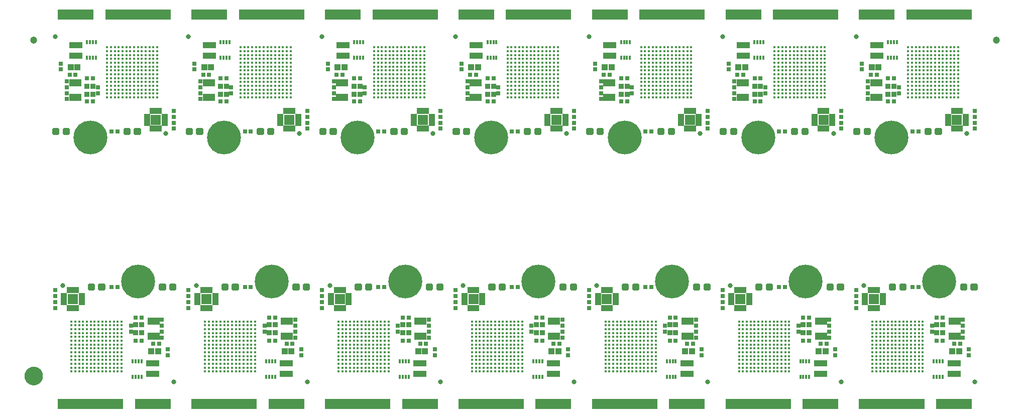
<source format=gts>
G04 EAGLE Gerber RS-274X export*
G75*
%MOMM*%
%FSLAX34Y34*%
%LPD*%
%INSoldermask Top*%
%IPPOS*%
%AMOC8*
5,1,8,0,0,1.08239X$1,22.5*%
G01*
%ADD10C,0.437200*%
%ADD11C,0.505344*%
%ADD12R,0.803200X0.803200*%
%ADD13R,2.003200X1.203200*%
%ADD14R,0.453200X0.803200*%
%ADD15R,0.903200X0.953200*%
%ADD16R,1.053200X1.103200*%
%ADD17C,0.838200*%
%ADD18R,0.493200X1.103200*%
%ADD19R,1.103200X0.493200*%
%ADD20R,1.803200X1.803200*%
%ADD21R,2.203200X1.003200*%
%ADD22R,0.553200X1.653200*%
%ADD23C,5.703200*%
%ADD24C,1.203200*%
%ADD25C,1.270000*%
%ADD26C,1.703200*%


D10*
X37750Y75751D03*
X37750Y82251D03*
X44250Y75751D03*
X44250Y82251D03*
X37750Y88751D03*
X37750Y95251D03*
X44250Y88751D03*
X44250Y95251D03*
X37750Y101751D03*
X37750Y108251D03*
X44250Y101751D03*
X44250Y108251D03*
X37750Y114751D03*
X37750Y121251D03*
X44250Y114751D03*
X44250Y121251D03*
X37750Y127751D03*
X44250Y127751D03*
X37750Y134251D03*
X37750Y140751D03*
X44250Y134251D03*
X44250Y140751D03*
X37750Y147251D03*
X37750Y153751D03*
X44250Y147251D03*
X44250Y153751D03*
X37750Y160251D03*
X44250Y160251D03*
X50750Y75751D03*
X57250Y75751D03*
X63750Y75751D03*
X70250Y75751D03*
X76750Y75751D03*
X83250Y75751D03*
X89750Y75751D03*
X96250Y75751D03*
X102750Y75751D03*
X109250Y75751D03*
X115750Y75751D03*
X122250Y75751D03*
X50750Y82251D03*
X57250Y82251D03*
X63750Y82251D03*
X70250Y82251D03*
X76750Y82251D03*
X83250Y82251D03*
X89750Y82251D03*
X96250Y82251D03*
X102750Y82251D03*
X109250Y82251D03*
X115750Y82251D03*
X122250Y82251D03*
X50750Y88751D03*
X57250Y88751D03*
X63750Y88751D03*
X70250Y88751D03*
X76750Y88751D03*
X83250Y88751D03*
X89750Y88751D03*
X96250Y88751D03*
X102750Y88751D03*
X109250Y88751D03*
X115750Y88751D03*
X122250Y88751D03*
X50750Y95251D03*
X57250Y95251D03*
X63750Y95251D03*
X70250Y95251D03*
X76750Y95251D03*
X83250Y95251D03*
X89750Y95251D03*
X96250Y95251D03*
X102750Y95251D03*
X109250Y95251D03*
X115750Y95251D03*
X122250Y95251D03*
X50750Y101751D03*
X57250Y101751D03*
X63750Y101751D03*
X70250Y101751D03*
X76750Y101751D03*
X83250Y101751D03*
X89750Y101751D03*
X96250Y101751D03*
X102750Y101751D03*
X109250Y101751D03*
X115750Y101751D03*
X122250Y101751D03*
X50750Y108251D03*
X57250Y108251D03*
X63750Y108251D03*
X70250Y108251D03*
X76750Y108251D03*
X83250Y108251D03*
X89750Y108251D03*
X96250Y108251D03*
X102750Y108251D03*
X109250Y108251D03*
X115750Y108251D03*
X122250Y108251D03*
X50750Y114751D03*
X57250Y114751D03*
X63750Y114751D03*
X70250Y114751D03*
X76750Y114751D03*
X83250Y114751D03*
X89750Y114751D03*
X96250Y114751D03*
X102750Y114751D03*
X109250Y114751D03*
X115750Y114751D03*
X122250Y114751D03*
X50750Y121251D03*
X57250Y121251D03*
X63750Y121251D03*
X70250Y121251D03*
X76750Y121251D03*
X83250Y121251D03*
X89750Y121251D03*
X96250Y121251D03*
X102750Y121251D03*
X109250Y121251D03*
X115750Y121251D03*
X122250Y121251D03*
X50750Y127751D03*
X57250Y127751D03*
X63750Y127751D03*
X70250Y127751D03*
X76750Y127751D03*
X83250Y127751D03*
X89750Y127751D03*
X96250Y127751D03*
X102750Y127751D03*
X109250Y127751D03*
X115750Y127751D03*
X122250Y127751D03*
X50750Y134251D03*
X57250Y134251D03*
X63750Y134251D03*
X70250Y134251D03*
X76750Y134251D03*
X83250Y134251D03*
X89750Y134251D03*
X96250Y134251D03*
X102750Y134251D03*
X109250Y134251D03*
X115750Y134251D03*
X122250Y134251D03*
X50750Y140751D03*
X57250Y140751D03*
X63750Y140751D03*
X70250Y140751D03*
X76750Y140751D03*
X83250Y140751D03*
X89750Y140751D03*
X96250Y140751D03*
X102750Y140751D03*
X109250Y140751D03*
X115750Y140751D03*
X122250Y140751D03*
X50750Y147251D03*
X57250Y147251D03*
X63750Y147251D03*
X70250Y147251D03*
X76750Y147251D03*
X83250Y147251D03*
X89750Y147251D03*
X96250Y147251D03*
X102750Y147251D03*
X109250Y147251D03*
X115750Y147251D03*
X122250Y147251D03*
X50750Y153751D03*
X57250Y153751D03*
X63750Y153751D03*
X70250Y153751D03*
X76750Y153751D03*
X83250Y153751D03*
X89750Y153751D03*
X96250Y153751D03*
X102750Y153751D03*
X109250Y153751D03*
X115750Y153751D03*
X122250Y153751D03*
X50750Y160251D03*
X57250Y160251D03*
X63750Y160251D03*
X70250Y160251D03*
X76750Y160251D03*
X83250Y160251D03*
X89750Y160251D03*
X96250Y160251D03*
X102750Y160251D03*
X109250Y160251D03*
X115750Y160251D03*
X122250Y160251D03*
D11*
X194720Y214511D02*
X194720Y221491D01*
X194720Y214511D02*
X187740Y214511D01*
X187740Y221491D01*
X194720Y221491D01*
X194720Y219311D02*
X187740Y219311D01*
X212260Y221491D02*
X212260Y214511D01*
X205280Y214511D01*
X205280Y221491D01*
X212260Y221491D01*
X212260Y219311D02*
X205280Y219311D01*
D12*
X200000Y113001D03*
X200000Y103001D03*
D13*
X176000Y160501D03*
X176000Y135501D03*
D14*
X156080Y93151D03*
X151080Y93151D03*
X146080Y93151D03*
X141080Y93151D03*
X146080Y66651D03*
X141080Y66651D03*
X151080Y66651D03*
X156080Y66651D03*
D12*
X190000Y163001D03*
X190000Y153001D03*
X190000Y133001D03*
X190000Y143001D03*
X138000Y153001D03*
X138000Y143001D03*
X146000Y128001D03*
X156000Y128001D03*
X146000Y167001D03*
X156000Y167001D03*
D15*
X146000Y141251D03*
X146000Y154751D03*
X156000Y154751D03*
X156000Y141251D03*
D12*
X10000Y193001D03*
X10000Y183001D03*
D16*
X183600Y109601D03*
X172000Y109601D03*
D12*
X185340Y122301D03*
X175340Y122301D03*
D17*
X210000Y58001D03*
X23000Y221001D03*
D18*
X32500Y183001D03*
X37500Y183001D03*
X42500Y183001D03*
X47500Y183001D03*
D19*
X55000Y190501D03*
X55000Y195501D03*
X55000Y200501D03*
X55000Y205501D03*
D18*
X47500Y213001D03*
X42500Y213001D03*
X37500Y213001D03*
X32500Y213001D03*
D19*
X25000Y205651D03*
X25000Y200501D03*
X25000Y195501D03*
X25000Y190501D03*
D20*
X40000Y198001D03*
D12*
X115000Y218001D03*
X105000Y218001D03*
D11*
X85280Y214511D02*
X85280Y221491D01*
X92260Y221491D01*
X92260Y214511D01*
X85280Y214511D01*
X85280Y219311D02*
X92260Y219311D01*
X67740Y221491D02*
X67740Y214511D01*
X67740Y221491D02*
X74720Y221491D01*
X74720Y214511D01*
X67740Y214511D01*
X67740Y219311D02*
X74720Y219311D01*
D12*
X10000Y203001D03*
X10000Y213001D03*
D21*
X175000Y72001D03*
X175000Y90001D03*
D22*
X202500Y20751D03*
X197500Y20751D03*
X192500Y20751D03*
X187500Y20751D03*
X182500Y20751D03*
X177500Y20751D03*
X172500Y20751D03*
X167500Y20751D03*
X162500Y20751D03*
X157500Y20751D03*
X152500Y20751D03*
X147500Y20751D03*
X122500Y20751D03*
X117500Y20751D03*
X112500Y20751D03*
X107500Y20751D03*
X102500Y20751D03*
X97500Y20751D03*
X92500Y20751D03*
X87500Y20751D03*
X82500Y20751D03*
X77500Y20751D03*
X72500Y20751D03*
X67500Y20751D03*
X62500Y20751D03*
X57500Y20751D03*
X52500Y20751D03*
X47500Y20751D03*
X42500Y20751D03*
X37500Y20751D03*
X32500Y20751D03*
X27500Y20751D03*
X22500Y20751D03*
X17500Y20751D03*
D23*
X150000Y228001D03*
D10*
X262819Y75751D03*
X262819Y82251D03*
X269319Y75751D03*
X269319Y82251D03*
X262819Y88751D03*
X262819Y95251D03*
X269319Y88751D03*
X269319Y95251D03*
X262819Y101751D03*
X262819Y108251D03*
X269319Y101751D03*
X269319Y108251D03*
X262819Y114751D03*
X262819Y121251D03*
X269319Y114751D03*
X269319Y121251D03*
X262819Y127751D03*
X269319Y127751D03*
X262819Y134251D03*
X262819Y140751D03*
X269319Y134251D03*
X269319Y140751D03*
X262819Y147251D03*
X262819Y153751D03*
X269319Y147251D03*
X269319Y153751D03*
X262819Y160251D03*
X269319Y160251D03*
X275819Y75751D03*
X282319Y75751D03*
X288819Y75751D03*
X295319Y75751D03*
X301819Y75751D03*
X308319Y75751D03*
X314819Y75751D03*
X321319Y75751D03*
X327819Y75751D03*
X334319Y75751D03*
X340819Y75751D03*
X347319Y75751D03*
X275819Y82251D03*
X282319Y82251D03*
X288819Y82251D03*
X295319Y82251D03*
X301819Y82251D03*
X308319Y82251D03*
X314819Y82251D03*
X321319Y82251D03*
X327819Y82251D03*
X334319Y82251D03*
X340819Y82251D03*
X347319Y82251D03*
X275819Y88751D03*
X282319Y88751D03*
X288819Y88751D03*
X295319Y88751D03*
X301819Y88751D03*
X308319Y88751D03*
X314819Y88751D03*
X321319Y88751D03*
X327819Y88751D03*
X334319Y88751D03*
X340819Y88751D03*
X347319Y88751D03*
X275819Y95251D03*
X282319Y95251D03*
X288819Y95251D03*
X295319Y95251D03*
X301819Y95251D03*
X308319Y95251D03*
X314819Y95251D03*
X321319Y95251D03*
X327819Y95251D03*
X334319Y95251D03*
X340819Y95251D03*
X347319Y95251D03*
X275819Y101751D03*
X282319Y101751D03*
X288819Y101751D03*
X295319Y101751D03*
X301819Y101751D03*
X308319Y101751D03*
X314819Y101751D03*
X321319Y101751D03*
X327819Y101751D03*
X334319Y101751D03*
X340819Y101751D03*
X347319Y101751D03*
X275819Y108251D03*
X282319Y108251D03*
X288819Y108251D03*
X295319Y108251D03*
X301819Y108251D03*
X308319Y108251D03*
X314819Y108251D03*
X321319Y108251D03*
X327819Y108251D03*
X334319Y108251D03*
X340819Y108251D03*
X347319Y108251D03*
X275819Y114751D03*
X282319Y114751D03*
X288819Y114751D03*
X295319Y114751D03*
X301819Y114751D03*
X308319Y114751D03*
X314819Y114751D03*
X321319Y114751D03*
X327819Y114751D03*
X334319Y114751D03*
X340819Y114751D03*
X347319Y114751D03*
X275819Y121251D03*
X282319Y121251D03*
X288819Y121251D03*
X295319Y121251D03*
X301819Y121251D03*
X308319Y121251D03*
X314819Y121251D03*
X321319Y121251D03*
X327819Y121251D03*
X334319Y121251D03*
X340819Y121251D03*
X347319Y121251D03*
X275819Y127751D03*
X282319Y127751D03*
X288819Y127751D03*
X295319Y127751D03*
X301819Y127751D03*
X308319Y127751D03*
X314819Y127751D03*
X321319Y127751D03*
X327819Y127751D03*
X334319Y127751D03*
X340819Y127751D03*
X347319Y127751D03*
X275819Y134251D03*
X282319Y134251D03*
X288819Y134251D03*
X295319Y134251D03*
X301819Y134251D03*
X308319Y134251D03*
X314819Y134251D03*
X321319Y134251D03*
X327819Y134251D03*
X334319Y134251D03*
X340819Y134251D03*
X347319Y134251D03*
X275819Y140751D03*
X282319Y140751D03*
X288819Y140751D03*
X295319Y140751D03*
X301819Y140751D03*
X308319Y140751D03*
X314819Y140751D03*
X321319Y140751D03*
X327819Y140751D03*
X334319Y140751D03*
X340819Y140751D03*
X347319Y140751D03*
X275819Y147251D03*
X282319Y147251D03*
X288819Y147251D03*
X295319Y147251D03*
X301819Y147251D03*
X308319Y147251D03*
X314819Y147251D03*
X321319Y147251D03*
X327819Y147251D03*
X334319Y147251D03*
X340819Y147251D03*
X347319Y147251D03*
X275819Y153751D03*
X282319Y153751D03*
X288819Y153751D03*
X295319Y153751D03*
X301819Y153751D03*
X308319Y153751D03*
X314819Y153751D03*
X321319Y153751D03*
X327819Y153751D03*
X334319Y153751D03*
X340819Y153751D03*
X347319Y153751D03*
X275819Y160251D03*
X282319Y160251D03*
X288819Y160251D03*
X295319Y160251D03*
X301819Y160251D03*
X308319Y160251D03*
X314819Y160251D03*
X321319Y160251D03*
X327819Y160251D03*
X334319Y160251D03*
X340819Y160251D03*
X347319Y160251D03*
D11*
X419789Y214511D02*
X419789Y221491D01*
X419789Y214511D02*
X412809Y214511D01*
X412809Y221491D01*
X419789Y221491D01*
X419789Y219311D02*
X412809Y219311D01*
X437329Y221491D02*
X437329Y214511D01*
X430349Y214511D01*
X430349Y221491D01*
X437329Y221491D01*
X437329Y219311D02*
X430349Y219311D01*
D12*
X425069Y113001D03*
X425069Y103001D03*
D13*
X401069Y160501D03*
X401069Y135501D03*
D14*
X381149Y93151D03*
X376149Y93151D03*
X371149Y93151D03*
X366149Y93151D03*
X371149Y66651D03*
X366149Y66651D03*
X376149Y66651D03*
X381149Y66651D03*
D12*
X415069Y163001D03*
X415069Y153001D03*
X415069Y133001D03*
X415069Y143001D03*
X363069Y153001D03*
X363069Y143001D03*
X371069Y128001D03*
X381069Y128001D03*
X371069Y167001D03*
X381069Y167001D03*
D15*
X371069Y141251D03*
X371069Y154751D03*
X381069Y154751D03*
X381069Y141251D03*
D12*
X235069Y193001D03*
X235069Y183001D03*
D16*
X408669Y109601D03*
X397069Y109601D03*
D12*
X410409Y122301D03*
X400409Y122301D03*
D17*
X435069Y58001D03*
X248069Y221001D03*
D18*
X257569Y183001D03*
X262569Y183001D03*
X267569Y183001D03*
X272569Y183001D03*
D19*
X280069Y190501D03*
X280069Y195501D03*
X280069Y200501D03*
X280069Y205501D03*
D18*
X272569Y213001D03*
X267569Y213001D03*
X262569Y213001D03*
X257569Y213001D03*
D19*
X250069Y205651D03*
X250069Y200501D03*
X250069Y195501D03*
X250069Y190501D03*
D20*
X265069Y198001D03*
D12*
X340069Y218001D03*
X330069Y218001D03*
D11*
X310349Y214511D02*
X310349Y221491D01*
X317329Y221491D01*
X317329Y214511D01*
X310349Y214511D01*
X310349Y219311D02*
X317329Y219311D01*
X292809Y221491D02*
X292809Y214511D01*
X292809Y221491D02*
X299789Y221491D01*
X299789Y214511D01*
X292809Y214511D01*
X292809Y219311D02*
X299789Y219311D01*
D12*
X235069Y203001D03*
X235069Y213001D03*
D21*
X400069Y72001D03*
X400069Y90001D03*
D22*
X427569Y20751D03*
X422569Y20751D03*
X417569Y20751D03*
X412569Y20751D03*
X407569Y20751D03*
X402569Y20751D03*
X397569Y20751D03*
X392569Y20751D03*
X387569Y20751D03*
X382569Y20751D03*
X377569Y20751D03*
X372569Y20751D03*
X347569Y20751D03*
X342569Y20751D03*
X337569Y20751D03*
X332569Y20751D03*
X327569Y20751D03*
X322569Y20751D03*
X317569Y20751D03*
X312569Y20751D03*
X307569Y20751D03*
X302569Y20751D03*
X297569Y20751D03*
X292569Y20751D03*
X287569Y20751D03*
X282569Y20751D03*
X277569Y20751D03*
X272569Y20751D03*
X267569Y20751D03*
X262569Y20751D03*
X257569Y20751D03*
X252569Y20751D03*
X247569Y20751D03*
X242569Y20751D03*
D23*
X375069Y228001D03*
D10*
X487914Y75751D03*
X487914Y82251D03*
X494414Y75751D03*
X494414Y82251D03*
X487914Y88751D03*
X487914Y95251D03*
X494414Y88751D03*
X494414Y95251D03*
X487914Y101751D03*
X487914Y108251D03*
X494414Y101751D03*
X494414Y108251D03*
X487914Y114751D03*
X487914Y121251D03*
X494414Y114751D03*
X494414Y121251D03*
X487914Y127751D03*
X494414Y127751D03*
X487914Y134251D03*
X487914Y140751D03*
X494414Y134251D03*
X494414Y140751D03*
X487914Y147251D03*
X487914Y153751D03*
X494414Y147251D03*
X494414Y153751D03*
X487914Y160251D03*
X494414Y160251D03*
X500914Y75751D03*
X507414Y75751D03*
X513914Y75751D03*
X520414Y75751D03*
X526914Y75751D03*
X533414Y75751D03*
X539914Y75751D03*
X546414Y75751D03*
X552914Y75751D03*
X559414Y75751D03*
X565914Y75751D03*
X572414Y75751D03*
X500914Y82251D03*
X507414Y82251D03*
X513914Y82251D03*
X520414Y82251D03*
X526914Y82251D03*
X533414Y82251D03*
X539914Y82251D03*
X546414Y82251D03*
X552914Y82251D03*
X559414Y82251D03*
X565914Y82251D03*
X572414Y82251D03*
X500914Y88751D03*
X507414Y88751D03*
X513914Y88751D03*
X520414Y88751D03*
X526914Y88751D03*
X533414Y88751D03*
X539914Y88751D03*
X546414Y88751D03*
X552914Y88751D03*
X559414Y88751D03*
X565914Y88751D03*
X572414Y88751D03*
X500914Y95251D03*
X507414Y95251D03*
X513914Y95251D03*
X520414Y95251D03*
X526914Y95251D03*
X533414Y95251D03*
X539914Y95251D03*
X546414Y95251D03*
X552914Y95251D03*
X559414Y95251D03*
X565914Y95251D03*
X572414Y95251D03*
X500914Y101751D03*
X507414Y101751D03*
X513914Y101751D03*
X520414Y101751D03*
X526914Y101751D03*
X533414Y101751D03*
X539914Y101751D03*
X546414Y101751D03*
X552914Y101751D03*
X559414Y101751D03*
X565914Y101751D03*
X572414Y101751D03*
X500914Y108251D03*
X507414Y108251D03*
X513914Y108251D03*
X520414Y108251D03*
X526914Y108251D03*
X533414Y108251D03*
X539914Y108251D03*
X546414Y108251D03*
X552914Y108251D03*
X559414Y108251D03*
X565914Y108251D03*
X572414Y108251D03*
X500914Y114751D03*
X507414Y114751D03*
X513914Y114751D03*
X520414Y114751D03*
X526914Y114751D03*
X533414Y114751D03*
X539914Y114751D03*
X546414Y114751D03*
X552914Y114751D03*
X559414Y114751D03*
X565914Y114751D03*
X572414Y114751D03*
X500914Y121251D03*
X507414Y121251D03*
X513914Y121251D03*
X520414Y121251D03*
X526914Y121251D03*
X533414Y121251D03*
X539914Y121251D03*
X546414Y121251D03*
X552914Y121251D03*
X559414Y121251D03*
X565914Y121251D03*
X572414Y121251D03*
X500914Y127751D03*
X507414Y127751D03*
X513914Y127751D03*
X520414Y127751D03*
X526914Y127751D03*
X533414Y127751D03*
X539914Y127751D03*
X546414Y127751D03*
X552914Y127751D03*
X559414Y127751D03*
X565914Y127751D03*
X572414Y127751D03*
X500914Y134251D03*
X507414Y134251D03*
X513914Y134251D03*
X520414Y134251D03*
X526914Y134251D03*
X533414Y134251D03*
X539914Y134251D03*
X546414Y134251D03*
X552914Y134251D03*
X559414Y134251D03*
X565914Y134251D03*
X572414Y134251D03*
X500914Y140751D03*
X507414Y140751D03*
X513914Y140751D03*
X520414Y140751D03*
X526914Y140751D03*
X533414Y140751D03*
X539914Y140751D03*
X546414Y140751D03*
X552914Y140751D03*
X559414Y140751D03*
X565914Y140751D03*
X572414Y140751D03*
X500914Y147251D03*
X507414Y147251D03*
X513914Y147251D03*
X520414Y147251D03*
X526914Y147251D03*
X533414Y147251D03*
X539914Y147251D03*
X546414Y147251D03*
X552914Y147251D03*
X559414Y147251D03*
X565914Y147251D03*
X572414Y147251D03*
X500914Y153751D03*
X507414Y153751D03*
X513914Y153751D03*
X520414Y153751D03*
X526914Y153751D03*
X533414Y153751D03*
X539914Y153751D03*
X546414Y153751D03*
X552914Y153751D03*
X559414Y153751D03*
X565914Y153751D03*
X572414Y153751D03*
X500914Y160251D03*
X507414Y160251D03*
X513914Y160251D03*
X520414Y160251D03*
X526914Y160251D03*
X533414Y160251D03*
X539914Y160251D03*
X546414Y160251D03*
X552914Y160251D03*
X559414Y160251D03*
X565914Y160251D03*
X572414Y160251D03*
D11*
X644884Y214511D02*
X644884Y221491D01*
X644884Y214511D02*
X637904Y214511D01*
X637904Y221491D01*
X644884Y221491D01*
X644884Y219311D02*
X637904Y219311D01*
X662424Y221491D02*
X662424Y214511D01*
X655444Y214511D01*
X655444Y221491D01*
X662424Y221491D01*
X662424Y219311D02*
X655444Y219311D01*
D12*
X650164Y113001D03*
X650164Y103001D03*
D13*
X626164Y160501D03*
X626164Y135501D03*
D14*
X606244Y93151D03*
X601244Y93151D03*
X596244Y93151D03*
X591244Y93151D03*
X596244Y66651D03*
X591244Y66651D03*
X601244Y66651D03*
X606244Y66651D03*
D12*
X640164Y163001D03*
X640164Y153001D03*
X640164Y133001D03*
X640164Y143001D03*
X588164Y153001D03*
X588164Y143001D03*
X596164Y128001D03*
X606164Y128001D03*
X596164Y167001D03*
X606164Y167001D03*
D15*
X596164Y141251D03*
X596164Y154751D03*
X606164Y154751D03*
X606164Y141251D03*
D12*
X460164Y193001D03*
X460164Y183001D03*
D16*
X633764Y109601D03*
X622164Y109601D03*
D12*
X635504Y122301D03*
X625504Y122301D03*
D17*
X660164Y58001D03*
X473164Y221001D03*
D18*
X482664Y183001D03*
X487664Y183001D03*
X492664Y183001D03*
X497664Y183001D03*
D19*
X505164Y190501D03*
X505164Y195501D03*
X505164Y200501D03*
X505164Y205501D03*
D18*
X497664Y213001D03*
X492664Y213001D03*
X487664Y213001D03*
X482664Y213001D03*
D19*
X475164Y205651D03*
X475164Y200501D03*
X475164Y195501D03*
X475164Y190501D03*
D20*
X490164Y198001D03*
D12*
X565164Y218001D03*
X555164Y218001D03*
D11*
X535444Y214511D02*
X535444Y221491D01*
X542424Y221491D01*
X542424Y214511D01*
X535444Y214511D01*
X535444Y219311D02*
X542424Y219311D01*
X517904Y221491D02*
X517904Y214511D01*
X517904Y221491D02*
X524884Y221491D01*
X524884Y214511D01*
X517904Y214511D01*
X517904Y219311D02*
X524884Y219311D01*
D12*
X460164Y203001D03*
X460164Y213001D03*
D21*
X625164Y72001D03*
X625164Y90001D03*
D22*
X652664Y20751D03*
X647664Y20751D03*
X642664Y20751D03*
X637664Y20751D03*
X632664Y20751D03*
X627664Y20751D03*
X622664Y20751D03*
X617664Y20751D03*
X612664Y20751D03*
X607664Y20751D03*
X602664Y20751D03*
X597664Y20751D03*
X572664Y20751D03*
X567664Y20751D03*
X562664Y20751D03*
X557664Y20751D03*
X552664Y20751D03*
X547664Y20751D03*
X542664Y20751D03*
X537664Y20751D03*
X532664Y20751D03*
X527664Y20751D03*
X522664Y20751D03*
X517664Y20751D03*
X512664Y20751D03*
X507664Y20751D03*
X502664Y20751D03*
X497664Y20751D03*
X492664Y20751D03*
X487664Y20751D03*
X482664Y20751D03*
X477664Y20751D03*
X472664Y20751D03*
X467664Y20751D03*
D23*
X600164Y228001D03*
D10*
X712984Y75751D03*
X712984Y82251D03*
X719484Y75751D03*
X719484Y82251D03*
X712984Y88751D03*
X712984Y95251D03*
X719484Y88751D03*
X719484Y95251D03*
X712984Y101751D03*
X712984Y108251D03*
X719484Y101751D03*
X719484Y108251D03*
X712984Y114751D03*
X712984Y121251D03*
X719484Y114751D03*
X719484Y121251D03*
X712984Y127751D03*
X719484Y127751D03*
X712984Y134251D03*
X712984Y140751D03*
X719484Y134251D03*
X719484Y140751D03*
X712984Y147251D03*
X712984Y153751D03*
X719484Y147251D03*
X719484Y153751D03*
X712984Y160251D03*
X719484Y160251D03*
X725984Y75751D03*
X732484Y75751D03*
X738984Y75751D03*
X745484Y75751D03*
X751984Y75751D03*
X758484Y75751D03*
X764984Y75751D03*
X771484Y75751D03*
X777984Y75751D03*
X784484Y75751D03*
X790984Y75751D03*
X797484Y75751D03*
X725984Y82251D03*
X732484Y82251D03*
X738984Y82251D03*
X745484Y82251D03*
X751984Y82251D03*
X758484Y82251D03*
X764984Y82251D03*
X771484Y82251D03*
X777984Y82251D03*
X784484Y82251D03*
X790984Y82251D03*
X797484Y82251D03*
X725984Y88751D03*
X732484Y88751D03*
X738984Y88751D03*
X745484Y88751D03*
X751984Y88751D03*
X758484Y88751D03*
X764984Y88751D03*
X771484Y88751D03*
X777984Y88751D03*
X784484Y88751D03*
X790984Y88751D03*
X797484Y88751D03*
X725984Y95251D03*
X732484Y95251D03*
X738984Y95251D03*
X745484Y95251D03*
X751984Y95251D03*
X758484Y95251D03*
X764984Y95251D03*
X771484Y95251D03*
X777984Y95251D03*
X784484Y95251D03*
X790984Y95251D03*
X797484Y95251D03*
X725984Y101751D03*
X732484Y101751D03*
X738984Y101751D03*
X745484Y101751D03*
X751984Y101751D03*
X758484Y101751D03*
X764984Y101751D03*
X771484Y101751D03*
X777984Y101751D03*
X784484Y101751D03*
X790984Y101751D03*
X797484Y101751D03*
X725984Y108251D03*
X732484Y108251D03*
X738984Y108251D03*
X745484Y108251D03*
X751984Y108251D03*
X758484Y108251D03*
X764984Y108251D03*
X771484Y108251D03*
X777984Y108251D03*
X784484Y108251D03*
X790984Y108251D03*
X797484Y108251D03*
X725984Y114751D03*
X732484Y114751D03*
X738984Y114751D03*
X745484Y114751D03*
X751984Y114751D03*
X758484Y114751D03*
X764984Y114751D03*
X771484Y114751D03*
X777984Y114751D03*
X784484Y114751D03*
X790984Y114751D03*
X797484Y114751D03*
X725984Y121251D03*
X732484Y121251D03*
X738984Y121251D03*
X745484Y121251D03*
X751984Y121251D03*
X758484Y121251D03*
X764984Y121251D03*
X771484Y121251D03*
X777984Y121251D03*
X784484Y121251D03*
X790984Y121251D03*
X797484Y121251D03*
X725984Y127751D03*
X732484Y127751D03*
X738984Y127751D03*
X745484Y127751D03*
X751984Y127751D03*
X758484Y127751D03*
X764984Y127751D03*
X771484Y127751D03*
X777984Y127751D03*
X784484Y127751D03*
X790984Y127751D03*
X797484Y127751D03*
X725984Y134251D03*
X732484Y134251D03*
X738984Y134251D03*
X745484Y134251D03*
X751984Y134251D03*
X758484Y134251D03*
X764984Y134251D03*
X771484Y134251D03*
X777984Y134251D03*
X784484Y134251D03*
X790984Y134251D03*
X797484Y134251D03*
X725984Y140751D03*
X732484Y140751D03*
X738984Y140751D03*
X745484Y140751D03*
X751984Y140751D03*
X758484Y140751D03*
X764984Y140751D03*
X771484Y140751D03*
X777984Y140751D03*
X784484Y140751D03*
X790984Y140751D03*
X797484Y140751D03*
X725984Y147251D03*
X732484Y147251D03*
X738984Y147251D03*
X745484Y147251D03*
X751984Y147251D03*
X758484Y147251D03*
X764984Y147251D03*
X771484Y147251D03*
X777984Y147251D03*
X784484Y147251D03*
X790984Y147251D03*
X797484Y147251D03*
X725984Y153751D03*
X732484Y153751D03*
X738984Y153751D03*
X745484Y153751D03*
X751984Y153751D03*
X758484Y153751D03*
X764984Y153751D03*
X771484Y153751D03*
X777984Y153751D03*
X784484Y153751D03*
X790984Y153751D03*
X797484Y153751D03*
X725984Y160251D03*
X732484Y160251D03*
X738984Y160251D03*
X745484Y160251D03*
X751984Y160251D03*
X758484Y160251D03*
X764984Y160251D03*
X771484Y160251D03*
X777984Y160251D03*
X784484Y160251D03*
X790984Y160251D03*
X797484Y160251D03*
D11*
X869954Y214511D02*
X869954Y221491D01*
X869954Y214511D02*
X862974Y214511D01*
X862974Y221491D01*
X869954Y221491D01*
X869954Y219311D02*
X862974Y219311D01*
X887494Y221491D02*
X887494Y214511D01*
X880514Y214511D01*
X880514Y221491D01*
X887494Y221491D01*
X887494Y219311D02*
X880514Y219311D01*
D12*
X875234Y113001D03*
X875234Y103001D03*
D13*
X851234Y160501D03*
X851234Y135501D03*
D14*
X831314Y93151D03*
X826314Y93151D03*
X821314Y93151D03*
X816314Y93151D03*
X821314Y66651D03*
X816314Y66651D03*
X826314Y66651D03*
X831314Y66651D03*
D12*
X865234Y163001D03*
X865234Y153001D03*
X865234Y133001D03*
X865234Y143001D03*
X813234Y153001D03*
X813234Y143001D03*
X821234Y128001D03*
X831234Y128001D03*
X821234Y167001D03*
X831234Y167001D03*
D15*
X821234Y141251D03*
X821234Y154751D03*
X831234Y154751D03*
X831234Y141251D03*
D12*
X685234Y193001D03*
X685234Y183001D03*
D16*
X858834Y109601D03*
X847234Y109601D03*
D12*
X860574Y122301D03*
X850574Y122301D03*
D17*
X885234Y58001D03*
X698234Y221001D03*
D18*
X707734Y183001D03*
X712734Y183001D03*
X717734Y183001D03*
X722734Y183001D03*
D19*
X730234Y190501D03*
X730234Y195501D03*
X730234Y200501D03*
X730234Y205501D03*
D18*
X722734Y213001D03*
X717734Y213001D03*
X712734Y213001D03*
X707734Y213001D03*
D19*
X700234Y205651D03*
X700234Y200501D03*
X700234Y195501D03*
X700234Y190501D03*
D20*
X715234Y198001D03*
D12*
X790234Y218001D03*
X780234Y218001D03*
D11*
X760514Y214511D02*
X760514Y221491D01*
X767494Y221491D01*
X767494Y214511D01*
X760514Y214511D01*
X760514Y219311D02*
X767494Y219311D01*
X742974Y221491D02*
X742974Y214511D01*
X742974Y221491D02*
X749954Y221491D01*
X749954Y214511D01*
X742974Y214511D01*
X742974Y219311D02*
X749954Y219311D01*
D12*
X685234Y203001D03*
X685234Y213001D03*
D21*
X850234Y72001D03*
X850234Y90001D03*
D22*
X877734Y20751D03*
X872734Y20751D03*
X867734Y20751D03*
X862734Y20751D03*
X857734Y20751D03*
X852734Y20751D03*
X847734Y20751D03*
X842734Y20751D03*
X837734Y20751D03*
X832734Y20751D03*
X827734Y20751D03*
X822734Y20751D03*
X797734Y20751D03*
X792734Y20751D03*
X787734Y20751D03*
X782734Y20751D03*
X777734Y20751D03*
X772734Y20751D03*
X767734Y20751D03*
X762734Y20751D03*
X757734Y20751D03*
X752734Y20751D03*
X747734Y20751D03*
X742734Y20751D03*
X737734Y20751D03*
X732734Y20751D03*
X727734Y20751D03*
X722734Y20751D03*
X717734Y20751D03*
X712734Y20751D03*
X707734Y20751D03*
X702734Y20751D03*
X697734Y20751D03*
X692734Y20751D03*
D23*
X825234Y228001D03*
D10*
X938078Y75751D03*
X938078Y82251D03*
X944578Y75751D03*
X944578Y82251D03*
X938078Y88751D03*
X938078Y95251D03*
X944578Y88751D03*
X944578Y95251D03*
X938078Y101751D03*
X938078Y108251D03*
X944578Y101751D03*
X944578Y108251D03*
X938078Y114751D03*
X938078Y121251D03*
X944578Y114751D03*
X944578Y121251D03*
X938078Y127751D03*
X944578Y127751D03*
X938078Y134251D03*
X938078Y140751D03*
X944578Y134251D03*
X944578Y140751D03*
X938078Y147251D03*
X938078Y153751D03*
X944578Y147251D03*
X944578Y153751D03*
X938078Y160251D03*
X944578Y160251D03*
X951078Y75751D03*
X957578Y75751D03*
X964078Y75751D03*
X970578Y75751D03*
X977078Y75751D03*
X983578Y75751D03*
X990078Y75751D03*
X996578Y75751D03*
X1003078Y75751D03*
X1009578Y75751D03*
X1016078Y75751D03*
X1022578Y75751D03*
X951078Y82251D03*
X957578Y82251D03*
X964078Y82251D03*
X970578Y82251D03*
X977078Y82251D03*
X983578Y82251D03*
X990078Y82251D03*
X996578Y82251D03*
X1003078Y82251D03*
X1009578Y82251D03*
X1016078Y82251D03*
X1022578Y82251D03*
X951078Y88751D03*
X957578Y88751D03*
X964078Y88751D03*
X970578Y88751D03*
X977078Y88751D03*
X983578Y88751D03*
X990078Y88751D03*
X996578Y88751D03*
X1003078Y88751D03*
X1009578Y88751D03*
X1016078Y88751D03*
X1022578Y88751D03*
X951078Y95251D03*
X957578Y95251D03*
X964078Y95251D03*
X970578Y95251D03*
X977078Y95251D03*
X983578Y95251D03*
X990078Y95251D03*
X996578Y95251D03*
X1003078Y95251D03*
X1009578Y95251D03*
X1016078Y95251D03*
X1022578Y95251D03*
X951078Y101751D03*
X957578Y101751D03*
X964078Y101751D03*
X970578Y101751D03*
X977078Y101751D03*
X983578Y101751D03*
X990078Y101751D03*
X996578Y101751D03*
X1003078Y101751D03*
X1009578Y101751D03*
X1016078Y101751D03*
X1022578Y101751D03*
X951078Y108251D03*
X957578Y108251D03*
X964078Y108251D03*
X970578Y108251D03*
X977078Y108251D03*
X983578Y108251D03*
X990078Y108251D03*
X996578Y108251D03*
X1003078Y108251D03*
X1009578Y108251D03*
X1016078Y108251D03*
X1022578Y108251D03*
X951078Y114751D03*
X957578Y114751D03*
X964078Y114751D03*
X970578Y114751D03*
X977078Y114751D03*
X983578Y114751D03*
X990078Y114751D03*
X996578Y114751D03*
X1003078Y114751D03*
X1009578Y114751D03*
X1016078Y114751D03*
X1022578Y114751D03*
X951078Y121251D03*
X957578Y121251D03*
X964078Y121251D03*
X970578Y121251D03*
X977078Y121251D03*
X983578Y121251D03*
X990078Y121251D03*
X996578Y121251D03*
X1003078Y121251D03*
X1009578Y121251D03*
X1016078Y121251D03*
X1022578Y121251D03*
X951078Y127751D03*
X957578Y127751D03*
X964078Y127751D03*
X970578Y127751D03*
X977078Y127751D03*
X983578Y127751D03*
X990078Y127751D03*
X996578Y127751D03*
X1003078Y127751D03*
X1009578Y127751D03*
X1016078Y127751D03*
X1022578Y127751D03*
X951078Y134251D03*
X957578Y134251D03*
X964078Y134251D03*
X970578Y134251D03*
X977078Y134251D03*
X983578Y134251D03*
X990078Y134251D03*
X996578Y134251D03*
X1003078Y134251D03*
X1009578Y134251D03*
X1016078Y134251D03*
X1022578Y134251D03*
X951078Y140751D03*
X957578Y140751D03*
X964078Y140751D03*
X970578Y140751D03*
X977078Y140751D03*
X983578Y140751D03*
X990078Y140751D03*
X996578Y140751D03*
X1003078Y140751D03*
X1009578Y140751D03*
X1016078Y140751D03*
X1022578Y140751D03*
X951078Y147251D03*
X957578Y147251D03*
X964078Y147251D03*
X970578Y147251D03*
X977078Y147251D03*
X983578Y147251D03*
X990078Y147251D03*
X996578Y147251D03*
X1003078Y147251D03*
X1009578Y147251D03*
X1016078Y147251D03*
X1022578Y147251D03*
X951078Y153751D03*
X957578Y153751D03*
X964078Y153751D03*
X970578Y153751D03*
X977078Y153751D03*
X983578Y153751D03*
X990078Y153751D03*
X996578Y153751D03*
X1003078Y153751D03*
X1009578Y153751D03*
X1016078Y153751D03*
X1022578Y153751D03*
X951078Y160251D03*
X957578Y160251D03*
X964078Y160251D03*
X970578Y160251D03*
X977078Y160251D03*
X983578Y160251D03*
X990078Y160251D03*
X996578Y160251D03*
X1003078Y160251D03*
X1009578Y160251D03*
X1016078Y160251D03*
X1022578Y160251D03*
D11*
X1095048Y214511D02*
X1095048Y221491D01*
X1095048Y214511D02*
X1088068Y214511D01*
X1088068Y221491D01*
X1095048Y221491D01*
X1095048Y219311D02*
X1088068Y219311D01*
X1112588Y221491D02*
X1112588Y214511D01*
X1105608Y214511D01*
X1105608Y221491D01*
X1112588Y221491D01*
X1112588Y219311D02*
X1105608Y219311D01*
D12*
X1100328Y113001D03*
X1100328Y103001D03*
D13*
X1076328Y160501D03*
X1076328Y135501D03*
D14*
X1056408Y93151D03*
X1051408Y93151D03*
X1046408Y93151D03*
X1041408Y93151D03*
X1046408Y66651D03*
X1041408Y66651D03*
X1051408Y66651D03*
X1056408Y66651D03*
D12*
X1090328Y163001D03*
X1090328Y153001D03*
X1090328Y133001D03*
X1090328Y143001D03*
X1038328Y153001D03*
X1038328Y143001D03*
X1046328Y128001D03*
X1056328Y128001D03*
X1046328Y167001D03*
X1056328Y167001D03*
D15*
X1046328Y141251D03*
X1046328Y154751D03*
X1056328Y154751D03*
X1056328Y141251D03*
D12*
X910328Y193001D03*
X910328Y183001D03*
D16*
X1083928Y109601D03*
X1072328Y109601D03*
D12*
X1085668Y122301D03*
X1075668Y122301D03*
D17*
X1110328Y58001D03*
X923328Y221001D03*
D18*
X932828Y183001D03*
X937828Y183001D03*
X942828Y183001D03*
X947828Y183001D03*
D19*
X955328Y190501D03*
X955328Y195501D03*
X955328Y200501D03*
X955328Y205501D03*
D18*
X947828Y213001D03*
X942828Y213001D03*
X937828Y213001D03*
X932828Y213001D03*
D19*
X925328Y205651D03*
X925328Y200501D03*
X925328Y195501D03*
X925328Y190501D03*
D20*
X940328Y198001D03*
D12*
X1015328Y218001D03*
X1005328Y218001D03*
D11*
X985608Y214511D02*
X985608Y221491D01*
X992588Y221491D01*
X992588Y214511D01*
X985608Y214511D01*
X985608Y219311D02*
X992588Y219311D01*
X968068Y221491D02*
X968068Y214511D01*
X968068Y221491D02*
X975048Y221491D01*
X975048Y214511D01*
X968068Y214511D01*
X968068Y219311D02*
X975048Y219311D01*
D12*
X910328Y203001D03*
X910328Y213001D03*
D21*
X1075328Y72001D03*
X1075328Y90001D03*
D22*
X1102828Y20751D03*
X1097828Y20751D03*
X1092828Y20751D03*
X1087828Y20751D03*
X1082828Y20751D03*
X1077828Y20751D03*
X1072828Y20751D03*
X1067828Y20751D03*
X1062828Y20751D03*
X1057828Y20751D03*
X1052828Y20751D03*
X1047828Y20751D03*
X1022828Y20751D03*
X1017828Y20751D03*
X1012828Y20751D03*
X1007828Y20751D03*
X1002828Y20751D03*
X997828Y20751D03*
X992828Y20751D03*
X987828Y20751D03*
X982828Y20751D03*
X977828Y20751D03*
X972828Y20751D03*
X967828Y20751D03*
X962828Y20751D03*
X957828Y20751D03*
X952828Y20751D03*
X947828Y20751D03*
X942828Y20751D03*
X937828Y20751D03*
X932828Y20751D03*
X927828Y20751D03*
X922828Y20751D03*
X917828Y20751D03*
D23*
X1050328Y228001D03*
D10*
X1163148Y75751D03*
X1163148Y82251D03*
X1169648Y75751D03*
X1169648Y82251D03*
X1163148Y88751D03*
X1163148Y95251D03*
X1169648Y88751D03*
X1169648Y95251D03*
X1163148Y101751D03*
X1163148Y108251D03*
X1169648Y101751D03*
X1169648Y108251D03*
X1163148Y114751D03*
X1163148Y121251D03*
X1169648Y114751D03*
X1169648Y121251D03*
X1163148Y127751D03*
X1169648Y127751D03*
X1163148Y134251D03*
X1163148Y140751D03*
X1169648Y134251D03*
X1169648Y140751D03*
X1163148Y147251D03*
X1163148Y153751D03*
X1169648Y147251D03*
X1169648Y153751D03*
X1163148Y160251D03*
X1169648Y160251D03*
X1176148Y75751D03*
X1182648Y75751D03*
X1189148Y75751D03*
X1195648Y75751D03*
X1202148Y75751D03*
X1208648Y75751D03*
X1215148Y75751D03*
X1221648Y75751D03*
X1228148Y75751D03*
X1234648Y75751D03*
X1241148Y75751D03*
X1247648Y75751D03*
X1176148Y82251D03*
X1182648Y82251D03*
X1189148Y82251D03*
X1195648Y82251D03*
X1202148Y82251D03*
X1208648Y82251D03*
X1215148Y82251D03*
X1221648Y82251D03*
X1228148Y82251D03*
X1234648Y82251D03*
X1241148Y82251D03*
X1247648Y82251D03*
X1176148Y88751D03*
X1182648Y88751D03*
X1189148Y88751D03*
X1195648Y88751D03*
X1202148Y88751D03*
X1208648Y88751D03*
X1215148Y88751D03*
X1221648Y88751D03*
X1228148Y88751D03*
X1234648Y88751D03*
X1241148Y88751D03*
X1247648Y88751D03*
X1176148Y95251D03*
X1182648Y95251D03*
X1189148Y95251D03*
X1195648Y95251D03*
X1202148Y95251D03*
X1208648Y95251D03*
X1215148Y95251D03*
X1221648Y95251D03*
X1228148Y95251D03*
X1234648Y95251D03*
X1241148Y95251D03*
X1247648Y95251D03*
X1176148Y101751D03*
X1182648Y101751D03*
X1189148Y101751D03*
X1195648Y101751D03*
X1202148Y101751D03*
X1208648Y101751D03*
X1215148Y101751D03*
X1221648Y101751D03*
X1228148Y101751D03*
X1234648Y101751D03*
X1241148Y101751D03*
X1247648Y101751D03*
X1176148Y108251D03*
X1182648Y108251D03*
X1189148Y108251D03*
X1195648Y108251D03*
X1202148Y108251D03*
X1208648Y108251D03*
X1215148Y108251D03*
X1221648Y108251D03*
X1228148Y108251D03*
X1234648Y108251D03*
X1241148Y108251D03*
X1247648Y108251D03*
X1176148Y114751D03*
X1182648Y114751D03*
X1189148Y114751D03*
X1195648Y114751D03*
X1202148Y114751D03*
X1208648Y114751D03*
X1215148Y114751D03*
X1221648Y114751D03*
X1228148Y114751D03*
X1234648Y114751D03*
X1241148Y114751D03*
X1247648Y114751D03*
X1176148Y121251D03*
X1182648Y121251D03*
X1189148Y121251D03*
X1195648Y121251D03*
X1202148Y121251D03*
X1208648Y121251D03*
X1215148Y121251D03*
X1221648Y121251D03*
X1228148Y121251D03*
X1234648Y121251D03*
X1241148Y121251D03*
X1247648Y121251D03*
X1176148Y127751D03*
X1182648Y127751D03*
X1189148Y127751D03*
X1195648Y127751D03*
X1202148Y127751D03*
X1208648Y127751D03*
X1215148Y127751D03*
X1221648Y127751D03*
X1228148Y127751D03*
X1234648Y127751D03*
X1241148Y127751D03*
X1247648Y127751D03*
X1176148Y134251D03*
X1182648Y134251D03*
X1189148Y134251D03*
X1195648Y134251D03*
X1202148Y134251D03*
X1208648Y134251D03*
X1215148Y134251D03*
X1221648Y134251D03*
X1228148Y134251D03*
X1234648Y134251D03*
X1241148Y134251D03*
X1247648Y134251D03*
X1176148Y140751D03*
X1182648Y140751D03*
X1189148Y140751D03*
X1195648Y140751D03*
X1202148Y140751D03*
X1208648Y140751D03*
X1215148Y140751D03*
X1221648Y140751D03*
X1228148Y140751D03*
X1234648Y140751D03*
X1241148Y140751D03*
X1247648Y140751D03*
X1176148Y147251D03*
X1182648Y147251D03*
X1189148Y147251D03*
X1195648Y147251D03*
X1202148Y147251D03*
X1208648Y147251D03*
X1215148Y147251D03*
X1221648Y147251D03*
X1228148Y147251D03*
X1234648Y147251D03*
X1241148Y147251D03*
X1247648Y147251D03*
X1176148Y153751D03*
X1182648Y153751D03*
X1189148Y153751D03*
X1195648Y153751D03*
X1202148Y153751D03*
X1208648Y153751D03*
X1215148Y153751D03*
X1221648Y153751D03*
X1228148Y153751D03*
X1234648Y153751D03*
X1241148Y153751D03*
X1247648Y153751D03*
X1176148Y160251D03*
X1182648Y160251D03*
X1189148Y160251D03*
X1195648Y160251D03*
X1202148Y160251D03*
X1208648Y160251D03*
X1215148Y160251D03*
X1221648Y160251D03*
X1228148Y160251D03*
X1234648Y160251D03*
X1241148Y160251D03*
X1247648Y160251D03*
D11*
X1320118Y214511D02*
X1320118Y221491D01*
X1320118Y214511D02*
X1313138Y214511D01*
X1313138Y221491D01*
X1320118Y221491D01*
X1320118Y219311D02*
X1313138Y219311D01*
X1337658Y221491D02*
X1337658Y214511D01*
X1330678Y214511D01*
X1330678Y221491D01*
X1337658Y221491D01*
X1337658Y219311D02*
X1330678Y219311D01*
D12*
X1325398Y113001D03*
X1325398Y103001D03*
D13*
X1301398Y160501D03*
X1301398Y135501D03*
D14*
X1281478Y93151D03*
X1276478Y93151D03*
X1271478Y93151D03*
X1266478Y93151D03*
X1271478Y66651D03*
X1266478Y66651D03*
X1276478Y66651D03*
X1281478Y66651D03*
D12*
X1315398Y163001D03*
X1315398Y153001D03*
X1315398Y133001D03*
X1315398Y143001D03*
X1263398Y153001D03*
X1263398Y143001D03*
X1271398Y128001D03*
X1281398Y128001D03*
X1271398Y167001D03*
X1281398Y167001D03*
D15*
X1271398Y141251D03*
X1271398Y154751D03*
X1281398Y154751D03*
X1281398Y141251D03*
D12*
X1135398Y193001D03*
X1135398Y183001D03*
D16*
X1308998Y109601D03*
X1297398Y109601D03*
D12*
X1310738Y122301D03*
X1300738Y122301D03*
D17*
X1335398Y58001D03*
X1148398Y221001D03*
D18*
X1157898Y183001D03*
X1162898Y183001D03*
X1167898Y183001D03*
X1172898Y183001D03*
D19*
X1180398Y190501D03*
X1180398Y195501D03*
X1180398Y200501D03*
X1180398Y205501D03*
D18*
X1172898Y213001D03*
X1167898Y213001D03*
X1162898Y213001D03*
X1157898Y213001D03*
D19*
X1150398Y205651D03*
X1150398Y200501D03*
X1150398Y195501D03*
X1150398Y190501D03*
D20*
X1165398Y198001D03*
D12*
X1240398Y218001D03*
X1230398Y218001D03*
D11*
X1210678Y214511D02*
X1210678Y221491D01*
X1217658Y221491D01*
X1217658Y214511D01*
X1210678Y214511D01*
X1210678Y219311D02*
X1217658Y219311D01*
X1193138Y221491D02*
X1193138Y214511D01*
X1193138Y221491D02*
X1200118Y221491D01*
X1200118Y214511D01*
X1193138Y214511D01*
X1193138Y219311D02*
X1200118Y219311D01*
D12*
X1135398Y203001D03*
X1135398Y213001D03*
D21*
X1300398Y72001D03*
X1300398Y90001D03*
D22*
X1327898Y20751D03*
X1322898Y20751D03*
X1317898Y20751D03*
X1312898Y20751D03*
X1307898Y20751D03*
X1302898Y20751D03*
X1297898Y20751D03*
X1292898Y20751D03*
X1287898Y20751D03*
X1282898Y20751D03*
X1277898Y20751D03*
X1272898Y20751D03*
X1247898Y20751D03*
X1242898Y20751D03*
X1237898Y20751D03*
X1232898Y20751D03*
X1227898Y20751D03*
X1222898Y20751D03*
X1217898Y20751D03*
X1212898Y20751D03*
X1207898Y20751D03*
X1202898Y20751D03*
X1197898Y20751D03*
X1192898Y20751D03*
X1187898Y20751D03*
X1182898Y20751D03*
X1177898Y20751D03*
X1172898Y20751D03*
X1167898Y20751D03*
X1162898Y20751D03*
X1157898Y20751D03*
X1152898Y20751D03*
X1147898Y20751D03*
X1142898Y20751D03*
D23*
X1275398Y228001D03*
D10*
X1388243Y75751D03*
X1388243Y82251D03*
X1394743Y75751D03*
X1394743Y82251D03*
X1388243Y88751D03*
X1388243Y95251D03*
X1394743Y88751D03*
X1394743Y95251D03*
X1388243Y101751D03*
X1388243Y108251D03*
X1394743Y101751D03*
X1394743Y108251D03*
X1388243Y114751D03*
X1388243Y121251D03*
X1394743Y114751D03*
X1394743Y121251D03*
X1388243Y127751D03*
X1394743Y127751D03*
X1388243Y134251D03*
X1388243Y140751D03*
X1394743Y134251D03*
X1394743Y140751D03*
X1388243Y147251D03*
X1388243Y153751D03*
X1394743Y147251D03*
X1394743Y153751D03*
X1388243Y160251D03*
X1394743Y160251D03*
X1401243Y75751D03*
X1407743Y75751D03*
X1414243Y75751D03*
X1420743Y75751D03*
X1427243Y75751D03*
X1433743Y75751D03*
X1440243Y75751D03*
X1446743Y75751D03*
X1453243Y75751D03*
X1459743Y75751D03*
X1466243Y75751D03*
X1472743Y75751D03*
X1401243Y82251D03*
X1407743Y82251D03*
X1414243Y82251D03*
X1420743Y82251D03*
X1427243Y82251D03*
X1433743Y82251D03*
X1440243Y82251D03*
X1446743Y82251D03*
X1453243Y82251D03*
X1459743Y82251D03*
X1466243Y82251D03*
X1472743Y82251D03*
X1401243Y88751D03*
X1407743Y88751D03*
X1414243Y88751D03*
X1420743Y88751D03*
X1427243Y88751D03*
X1433743Y88751D03*
X1440243Y88751D03*
X1446743Y88751D03*
X1453243Y88751D03*
X1459743Y88751D03*
X1466243Y88751D03*
X1472743Y88751D03*
X1401243Y95251D03*
X1407743Y95251D03*
X1414243Y95251D03*
X1420743Y95251D03*
X1427243Y95251D03*
X1433743Y95251D03*
X1440243Y95251D03*
X1446743Y95251D03*
X1453243Y95251D03*
X1459743Y95251D03*
X1466243Y95251D03*
X1472743Y95251D03*
X1401243Y101751D03*
X1407743Y101751D03*
X1414243Y101751D03*
X1420743Y101751D03*
X1427243Y101751D03*
X1433743Y101751D03*
X1440243Y101751D03*
X1446743Y101751D03*
X1453243Y101751D03*
X1459743Y101751D03*
X1466243Y101751D03*
X1472743Y101751D03*
X1401243Y108251D03*
X1407743Y108251D03*
X1414243Y108251D03*
X1420743Y108251D03*
X1427243Y108251D03*
X1433743Y108251D03*
X1440243Y108251D03*
X1446743Y108251D03*
X1453243Y108251D03*
X1459743Y108251D03*
X1466243Y108251D03*
X1472743Y108251D03*
X1401243Y114751D03*
X1407743Y114751D03*
X1414243Y114751D03*
X1420743Y114751D03*
X1427243Y114751D03*
X1433743Y114751D03*
X1440243Y114751D03*
X1446743Y114751D03*
X1453243Y114751D03*
X1459743Y114751D03*
X1466243Y114751D03*
X1472743Y114751D03*
X1401243Y121251D03*
X1407743Y121251D03*
X1414243Y121251D03*
X1420743Y121251D03*
X1427243Y121251D03*
X1433743Y121251D03*
X1440243Y121251D03*
X1446743Y121251D03*
X1453243Y121251D03*
X1459743Y121251D03*
X1466243Y121251D03*
X1472743Y121251D03*
X1401243Y127751D03*
X1407743Y127751D03*
X1414243Y127751D03*
X1420743Y127751D03*
X1427243Y127751D03*
X1433743Y127751D03*
X1440243Y127751D03*
X1446743Y127751D03*
X1453243Y127751D03*
X1459743Y127751D03*
X1466243Y127751D03*
X1472743Y127751D03*
X1401243Y134251D03*
X1407743Y134251D03*
X1414243Y134251D03*
X1420743Y134251D03*
X1427243Y134251D03*
X1433743Y134251D03*
X1440243Y134251D03*
X1446743Y134251D03*
X1453243Y134251D03*
X1459743Y134251D03*
X1466243Y134251D03*
X1472743Y134251D03*
X1401243Y140751D03*
X1407743Y140751D03*
X1414243Y140751D03*
X1420743Y140751D03*
X1427243Y140751D03*
X1433743Y140751D03*
X1440243Y140751D03*
X1446743Y140751D03*
X1453243Y140751D03*
X1459743Y140751D03*
X1466243Y140751D03*
X1472743Y140751D03*
X1401243Y147251D03*
X1407743Y147251D03*
X1414243Y147251D03*
X1420743Y147251D03*
X1427243Y147251D03*
X1433743Y147251D03*
X1440243Y147251D03*
X1446743Y147251D03*
X1453243Y147251D03*
X1459743Y147251D03*
X1466243Y147251D03*
X1472743Y147251D03*
X1401243Y153751D03*
X1407743Y153751D03*
X1414243Y153751D03*
X1420743Y153751D03*
X1427243Y153751D03*
X1433743Y153751D03*
X1440243Y153751D03*
X1446743Y153751D03*
X1453243Y153751D03*
X1459743Y153751D03*
X1466243Y153751D03*
X1472743Y153751D03*
X1401243Y160251D03*
X1407743Y160251D03*
X1414243Y160251D03*
X1420743Y160251D03*
X1427243Y160251D03*
X1433743Y160251D03*
X1440243Y160251D03*
X1446743Y160251D03*
X1453243Y160251D03*
X1459743Y160251D03*
X1466243Y160251D03*
X1472743Y160251D03*
D11*
X1545213Y214511D02*
X1545213Y221491D01*
X1545213Y214511D02*
X1538233Y214511D01*
X1538233Y221491D01*
X1545213Y221491D01*
X1545213Y219311D02*
X1538233Y219311D01*
X1562753Y221491D02*
X1562753Y214511D01*
X1555773Y214511D01*
X1555773Y221491D01*
X1562753Y221491D01*
X1562753Y219311D02*
X1555773Y219311D01*
D12*
X1550493Y113001D03*
X1550493Y103001D03*
D13*
X1526493Y160501D03*
X1526493Y135501D03*
D14*
X1506573Y93151D03*
X1501573Y93151D03*
X1496573Y93151D03*
X1491573Y93151D03*
X1496573Y66651D03*
X1491573Y66651D03*
X1501573Y66651D03*
X1506573Y66651D03*
D12*
X1540493Y163001D03*
X1540493Y153001D03*
X1540493Y133001D03*
X1540493Y143001D03*
X1488493Y153001D03*
X1488493Y143001D03*
X1496493Y128001D03*
X1506493Y128001D03*
X1496493Y167001D03*
X1506493Y167001D03*
D15*
X1496493Y141251D03*
X1496493Y154751D03*
X1506493Y154751D03*
X1506493Y141251D03*
D12*
X1360493Y193001D03*
X1360493Y183001D03*
D16*
X1534093Y109601D03*
X1522493Y109601D03*
D12*
X1535833Y122301D03*
X1525833Y122301D03*
D17*
X1560493Y58001D03*
X1373493Y221001D03*
D18*
X1382993Y183001D03*
X1387993Y183001D03*
X1392993Y183001D03*
X1397993Y183001D03*
D19*
X1405493Y190501D03*
X1405493Y195501D03*
X1405493Y200501D03*
X1405493Y205501D03*
D18*
X1397993Y213001D03*
X1392993Y213001D03*
X1387993Y213001D03*
X1382993Y213001D03*
D19*
X1375493Y205651D03*
X1375493Y200501D03*
X1375493Y195501D03*
X1375493Y190501D03*
D20*
X1390493Y198001D03*
D12*
X1465493Y218001D03*
X1455493Y218001D03*
D11*
X1435773Y214511D02*
X1435773Y221491D01*
X1442753Y221491D01*
X1442753Y214511D01*
X1435773Y214511D01*
X1435773Y219311D02*
X1442753Y219311D01*
X1418233Y221491D02*
X1418233Y214511D01*
X1418233Y221491D02*
X1425213Y221491D01*
X1425213Y214511D01*
X1418233Y214511D01*
X1418233Y219311D02*
X1425213Y219311D01*
D12*
X1360493Y203001D03*
X1360493Y213001D03*
D21*
X1525493Y72001D03*
X1525493Y90001D03*
D22*
X1552993Y20751D03*
X1547993Y20751D03*
X1542993Y20751D03*
X1537993Y20751D03*
X1532993Y20751D03*
X1527993Y20751D03*
X1522993Y20751D03*
X1517993Y20751D03*
X1512993Y20751D03*
X1507993Y20751D03*
X1502993Y20751D03*
X1497993Y20751D03*
X1472993Y20751D03*
X1467993Y20751D03*
X1462993Y20751D03*
X1457993Y20751D03*
X1452993Y20751D03*
X1447993Y20751D03*
X1442993Y20751D03*
X1437993Y20751D03*
X1432993Y20751D03*
X1427993Y20751D03*
X1422993Y20751D03*
X1417993Y20751D03*
X1412993Y20751D03*
X1407993Y20751D03*
X1402993Y20751D03*
X1397993Y20751D03*
X1392993Y20751D03*
X1387993Y20751D03*
X1382993Y20751D03*
X1377993Y20751D03*
X1372993Y20751D03*
X1367993Y20751D03*
D23*
X1500493Y228001D03*
D10*
X182239Y622749D03*
X182239Y616249D03*
X175739Y622749D03*
X175739Y616249D03*
X182239Y609749D03*
X182239Y603249D03*
X175739Y609749D03*
X175739Y603249D03*
X182239Y596749D03*
X182239Y590249D03*
X175739Y596749D03*
X175739Y590249D03*
X182239Y583749D03*
X182239Y577249D03*
X175739Y583749D03*
X175739Y577249D03*
X182239Y570749D03*
X175739Y570749D03*
X182239Y564249D03*
X182239Y557749D03*
X175739Y564249D03*
X175739Y557749D03*
X182239Y551249D03*
X182239Y544749D03*
X175739Y551249D03*
X175739Y544749D03*
X182239Y538249D03*
X175739Y538249D03*
X169239Y622749D03*
X162739Y622749D03*
X156239Y622749D03*
X149739Y622749D03*
X143239Y622749D03*
X136739Y622749D03*
X130239Y622749D03*
X123739Y622749D03*
X117239Y622749D03*
X110739Y622749D03*
X104239Y622749D03*
X97739Y622749D03*
X169239Y616249D03*
X162739Y616249D03*
X156239Y616249D03*
X149739Y616249D03*
X143239Y616249D03*
X136739Y616249D03*
X130239Y616249D03*
X123739Y616249D03*
X117239Y616249D03*
X110739Y616249D03*
X104239Y616249D03*
X97739Y616249D03*
X169239Y609749D03*
X162739Y609749D03*
X156239Y609749D03*
X149739Y609749D03*
X143239Y609749D03*
X136739Y609749D03*
X130239Y609749D03*
X123739Y609749D03*
X117239Y609749D03*
X110739Y609749D03*
X104239Y609749D03*
X97739Y609749D03*
X169239Y603249D03*
X162739Y603249D03*
X156239Y603249D03*
X149739Y603249D03*
X143239Y603249D03*
X136739Y603249D03*
X130239Y603249D03*
X123739Y603249D03*
X117239Y603249D03*
X110739Y603249D03*
X104239Y603249D03*
X97739Y603249D03*
X169239Y596749D03*
X162739Y596749D03*
X156239Y596749D03*
X149739Y596749D03*
X143239Y596749D03*
X136739Y596749D03*
X130239Y596749D03*
X123739Y596749D03*
X117239Y596749D03*
X110739Y596749D03*
X104239Y596749D03*
X97739Y596749D03*
X169239Y590249D03*
X162739Y590249D03*
X156239Y590249D03*
X149739Y590249D03*
X143239Y590249D03*
X136739Y590249D03*
X130239Y590249D03*
X123739Y590249D03*
X117239Y590249D03*
X110739Y590249D03*
X104239Y590249D03*
X97739Y590249D03*
X169239Y583749D03*
X162739Y583749D03*
X156239Y583749D03*
X149739Y583749D03*
X143239Y583749D03*
X136739Y583749D03*
X130239Y583749D03*
X123739Y583749D03*
X117239Y583749D03*
X110739Y583749D03*
X104239Y583749D03*
X97739Y583749D03*
X169239Y577249D03*
X162739Y577249D03*
X156239Y577249D03*
X149739Y577249D03*
X143239Y577249D03*
X136739Y577249D03*
X130239Y577249D03*
X123739Y577249D03*
X117239Y577249D03*
X110739Y577249D03*
X104239Y577249D03*
X97739Y577249D03*
X169239Y570749D03*
X162739Y570749D03*
X156239Y570749D03*
X149739Y570749D03*
X143239Y570749D03*
X136739Y570749D03*
X130239Y570749D03*
X123739Y570749D03*
X117239Y570749D03*
X110739Y570749D03*
X104239Y570749D03*
X97739Y570749D03*
X169239Y564249D03*
X162739Y564249D03*
X156239Y564249D03*
X149739Y564249D03*
X143239Y564249D03*
X136739Y564249D03*
X130239Y564249D03*
X123739Y564249D03*
X117239Y564249D03*
X110739Y564249D03*
X104239Y564249D03*
X97739Y564249D03*
X169239Y557749D03*
X162739Y557749D03*
X156239Y557749D03*
X149739Y557749D03*
X143239Y557749D03*
X136739Y557749D03*
X130239Y557749D03*
X123739Y557749D03*
X117239Y557749D03*
X110739Y557749D03*
X104239Y557749D03*
X97739Y557749D03*
X169239Y551249D03*
X162739Y551249D03*
X156239Y551249D03*
X149739Y551249D03*
X143239Y551249D03*
X136739Y551249D03*
X130239Y551249D03*
X123739Y551249D03*
X117239Y551249D03*
X110739Y551249D03*
X104239Y551249D03*
X97739Y551249D03*
X169239Y544749D03*
X162739Y544749D03*
X156239Y544749D03*
X149739Y544749D03*
X143239Y544749D03*
X136739Y544749D03*
X130239Y544749D03*
X123739Y544749D03*
X117239Y544749D03*
X110739Y544749D03*
X104239Y544749D03*
X97739Y544749D03*
X169239Y538249D03*
X162739Y538249D03*
X156239Y538249D03*
X149739Y538249D03*
X143239Y538249D03*
X136739Y538249D03*
X130239Y538249D03*
X123739Y538249D03*
X117239Y538249D03*
X110739Y538249D03*
X104239Y538249D03*
X97739Y538249D03*
D11*
X25269Y483989D02*
X25269Y477009D01*
X25269Y483989D02*
X32249Y483989D01*
X32249Y477009D01*
X25269Y477009D01*
X25269Y481809D02*
X32249Y481809D01*
X7729Y483989D02*
X7729Y477009D01*
X7729Y483989D02*
X14709Y483989D01*
X14709Y477009D01*
X7729Y477009D01*
X7729Y481809D02*
X14709Y481809D01*
D12*
X19989Y585499D03*
X19989Y595499D03*
D13*
X43989Y537999D03*
X43989Y562999D03*
D14*
X63909Y605349D03*
X68909Y605349D03*
X73909Y605349D03*
X78909Y605349D03*
X73909Y631849D03*
X78909Y631849D03*
X68909Y631849D03*
X63909Y631849D03*
D12*
X29989Y535499D03*
X29989Y545499D03*
X29989Y565499D03*
X29989Y555499D03*
X81989Y545499D03*
X81989Y555499D03*
X73989Y570499D03*
X63989Y570499D03*
X73989Y531499D03*
X63989Y531499D03*
D15*
X73989Y557249D03*
X73989Y543749D03*
X63989Y543749D03*
X63989Y557249D03*
D12*
X209989Y505499D03*
X209989Y515499D03*
D16*
X36389Y588899D03*
X47989Y588899D03*
D12*
X34649Y576199D03*
X44649Y576199D03*
D17*
X9989Y640499D03*
X196989Y477499D03*
D18*
X187489Y515499D03*
X182489Y515499D03*
X177489Y515499D03*
X172489Y515499D03*
D19*
X164989Y507999D03*
X164989Y502999D03*
X164989Y497999D03*
X164989Y492999D03*
D18*
X172489Y485499D03*
X177489Y485499D03*
X182489Y485499D03*
X187489Y485499D03*
D19*
X194989Y492849D03*
X194989Y497999D03*
X194989Y502999D03*
X194989Y507999D03*
D20*
X179989Y500499D03*
D12*
X104989Y480499D03*
X114989Y480499D03*
D11*
X134709Y483989D02*
X134709Y477009D01*
X127729Y477009D01*
X127729Y483989D01*
X134709Y483989D01*
X134709Y481809D02*
X127729Y481809D01*
X152249Y483989D02*
X152249Y477009D01*
X145269Y477009D01*
X145269Y483989D01*
X152249Y483989D01*
X152249Y481809D02*
X145269Y481809D01*
D12*
X209989Y495499D03*
X209989Y485499D03*
D21*
X44989Y626499D03*
X44989Y608499D03*
D22*
X17489Y677749D03*
X22489Y677749D03*
X27489Y677749D03*
X32489Y677749D03*
X37489Y677749D03*
X42489Y677749D03*
X47489Y677749D03*
X52489Y677749D03*
X57489Y677749D03*
X62489Y677749D03*
X67489Y677749D03*
X72489Y677749D03*
X97489Y677749D03*
X102489Y677749D03*
X107489Y677749D03*
X112489Y677749D03*
X117489Y677749D03*
X122489Y677749D03*
X127489Y677749D03*
X132489Y677749D03*
X137489Y677749D03*
X142489Y677749D03*
X147489Y677749D03*
X152489Y677749D03*
X157489Y677749D03*
X162489Y677749D03*
X167489Y677749D03*
X172489Y677749D03*
X177489Y677749D03*
X182489Y677749D03*
X187489Y677749D03*
X192489Y677749D03*
X197489Y677749D03*
X202489Y677749D03*
D23*
X69989Y470499D03*
D10*
X407334Y622749D03*
X407334Y616249D03*
X400834Y622749D03*
X400834Y616249D03*
X407334Y609749D03*
X407334Y603249D03*
X400834Y609749D03*
X400834Y603249D03*
X407334Y596749D03*
X407334Y590249D03*
X400834Y596749D03*
X400834Y590249D03*
X407334Y583749D03*
X407334Y577249D03*
X400834Y583749D03*
X400834Y577249D03*
X407334Y570749D03*
X400834Y570749D03*
X407334Y564249D03*
X407334Y557749D03*
X400834Y564249D03*
X400834Y557749D03*
X407334Y551249D03*
X407334Y544749D03*
X400834Y551249D03*
X400834Y544749D03*
X407334Y538249D03*
X400834Y538249D03*
X394334Y622749D03*
X387834Y622749D03*
X381334Y622749D03*
X374834Y622749D03*
X368334Y622749D03*
X361834Y622749D03*
X355334Y622749D03*
X348834Y622749D03*
X342334Y622749D03*
X335834Y622749D03*
X329334Y622749D03*
X322834Y622749D03*
X394334Y616249D03*
X387834Y616249D03*
X381334Y616249D03*
X374834Y616249D03*
X368334Y616249D03*
X361834Y616249D03*
X355334Y616249D03*
X348834Y616249D03*
X342334Y616249D03*
X335834Y616249D03*
X329334Y616249D03*
X322834Y616249D03*
X394334Y609749D03*
X387834Y609749D03*
X381334Y609749D03*
X374834Y609749D03*
X368334Y609749D03*
X361834Y609749D03*
X355334Y609749D03*
X348834Y609749D03*
X342334Y609749D03*
X335834Y609749D03*
X329334Y609749D03*
X322834Y609749D03*
X394334Y603249D03*
X387834Y603249D03*
X381334Y603249D03*
X374834Y603249D03*
X368334Y603249D03*
X361834Y603249D03*
X355334Y603249D03*
X348834Y603249D03*
X342334Y603249D03*
X335834Y603249D03*
X329334Y603249D03*
X322834Y603249D03*
X394334Y596749D03*
X387834Y596749D03*
X381334Y596749D03*
X374834Y596749D03*
X368334Y596749D03*
X361834Y596749D03*
X355334Y596749D03*
X348834Y596749D03*
X342334Y596749D03*
X335834Y596749D03*
X329334Y596749D03*
X322834Y596749D03*
X394334Y590249D03*
X387834Y590249D03*
X381334Y590249D03*
X374834Y590249D03*
X368334Y590249D03*
X361834Y590249D03*
X355334Y590249D03*
X348834Y590249D03*
X342334Y590249D03*
X335834Y590249D03*
X329334Y590249D03*
X322834Y590249D03*
X394334Y583749D03*
X387834Y583749D03*
X381334Y583749D03*
X374834Y583749D03*
X368334Y583749D03*
X361834Y583749D03*
X355334Y583749D03*
X348834Y583749D03*
X342334Y583749D03*
X335834Y583749D03*
X329334Y583749D03*
X322834Y583749D03*
X394334Y577249D03*
X387834Y577249D03*
X381334Y577249D03*
X374834Y577249D03*
X368334Y577249D03*
X361834Y577249D03*
X355334Y577249D03*
X348834Y577249D03*
X342334Y577249D03*
X335834Y577249D03*
X329334Y577249D03*
X322834Y577249D03*
X394334Y570749D03*
X387834Y570749D03*
X381334Y570749D03*
X374834Y570749D03*
X368334Y570749D03*
X361834Y570749D03*
X355334Y570749D03*
X348834Y570749D03*
X342334Y570749D03*
X335834Y570749D03*
X329334Y570749D03*
X322834Y570749D03*
X394334Y564249D03*
X387834Y564249D03*
X381334Y564249D03*
X374834Y564249D03*
X368334Y564249D03*
X361834Y564249D03*
X355334Y564249D03*
X348834Y564249D03*
X342334Y564249D03*
X335834Y564249D03*
X329334Y564249D03*
X322834Y564249D03*
X394334Y557749D03*
X387834Y557749D03*
X381334Y557749D03*
X374834Y557749D03*
X368334Y557749D03*
X361834Y557749D03*
X355334Y557749D03*
X348834Y557749D03*
X342334Y557749D03*
X335834Y557749D03*
X329334Y557749D03*
X322834Y557749D03*
X394334Y551249D03*
X387834Y551249D03*
X381334Y551249D03*
X374834Y551249D03*
X368334Y551249D03*
X361834Y551249D03*
X355334Y551249D03*
X348834Y551249D03*
X342334Y551249D03*
X335834Y551249D03*
X329334Y551249D03*
X322834Y551249D03*
X394334Y544749D03*
X387834Y544749D03*
X381334Y544749D03*
X374834Y544749D03*
X368334Y544749D03*
X361834Y544749D03*
X355334Y544749D03*
X348834Y544749D03*
X342334Y544749D03*
X335834Y544749D03*
X329334Y544749D03*
X322834Y544749D03*
X394334Y538249D03*
X387834Y538249D03*
X381334Y538249D03*
X374834Y538249D03*
X368334Y538249D03*
X361834Y538249D03*
X355334Y538249D03*
X348834Y538249D03*
X342334Y538249D03*
X335834Y538249D03*
X329334Y538249D03*
X322834Y538249D03*
D11*
X250364Y483989D02*
X250364Y477009D01*
X250364Y483989D02*
X257344Y483989D01*
X257344Y477009D01*
X250364Y477009D01*
X250364Y481809D02*
X257344Y481809D01*
X232824Y483989D02*
X232824Y477009D01*
X232824Y483989D02*
X239804Y483989D01*
X239804Y477009D01*
X232824Y477009D01*
X232824Y481809D02*
X239804Y481809D01*
D12*
X245084Y585499D03*
X245084Y595499D03*
D13*
X269084Y537999D03*
X269084Y562999D03*
D14*
X289004Y605349D03*
X294004Y605349D03*
X299004Y605349D03*
X304004Y605349D03*
X299004Y631849D03*
X304004Y631849D03*
X294004Y631849D03*
X289004Y631849D03*
D12*
X255084Y535499D03*
X255084Y545499D03*
X255084Y565499D03*
X255084Y555499D03*
X307084Y545499D03*
X307084Y555499D03*
X299084Y570499D03*
X289084Y570499D03*
X299084Y531499D03*
X289084Y531499D03*
D15*
X299084Y557249D03*
X299084Y543749D03*
X289084Y543749D03*
X289084Y557249D03*
D12*
X435084Y505499D03*
X435084Y515499D03*
D16*
X261484Y588899D03*
X273084Y588899D03*
D12*
X259744Y576199D03*
X269744Y576199D03*
D17*
X235084Y640499D03*
X422084Y477499D03*
D18*
X412584Y515499D03*
X407584Y515499D03*
X402584Y515499D03*
X397584Y515499D03*
D19*
X390084Y507999D03*
X390084Y502999D03*
X390084Y497999D03*
X390084Y492999D03*
D18*
X397584Y485499D03*
X402584Y485499D03*
X407584Y485499D03*
X412584Y485499D03*
D19*
X420084Y492849D03*
X420084Y497999D03*
X420084Y502999D03*
X420084Y507999D03*
D20*
X405084Y500499D03*
D12*
X330084Y480499D03*
X340084Y480499D03*
D11*
X359804Y483989D02*
X359804Y477009D01*
X352824Y477009D01*
X352824Y483989D01*
X359804Y483989D01*
X359804Y481809D02*
X352824Y481809D01*
X377344Y483989D02*
X377344Y477009D01*
X370364Y477009D01*
X370364Y483989D01*
X377344Y483989D01*
X377344Y481809D02*
X370364Y481809D01*
D12*
X435084Y495499D03*
X435084Y485499D03*
D21*
X270084Y626499D03*
X270084Y608499D03*
D22*
X242584Y677749D03*
X247584Y677749D03*
X252584Y677749D03*
X257584Y677749D03*
X262584Y677749D03*
X267584Y677749D03*
X272584Y677749D03*
X277584Y677749D03*
X282584Y677749D03*
X287584Y677749D03*
X292584Y677749D03*
X297584Y677749D03*
X322584Y677749D03*
X327584Y677749D03*
X332584Y677749D03*
X337584Y677749D03*
X342584Y677749D03*
X347584Y677749D03*
X352584Y677749D03*
X357584Y677749D03*
X362584Y677749D03*
X367584Y677749D03*
X372584Y677749D03*
X377584Y677749D03*
X382584Y677749D03*
X387584Y677749D03*
X392584Y677749D03*
X397584Y677749D03*
X402584Y677749D03*
X407584Y677749D03*
X412584Y677749D03*
X417584Y677749D03*
X422584Y677749D03*
X427584Y677749D03*
D23*
X295084Y470499D03*
D10*
X632404Y622749D03*
X632404Y616249D03*
X625904Y622749D03*
X625904Y616249D03*
X632404Y609749D03*
X632404Y603249D03*
X625904Y609749D03*
X625904Y603249D03*
X632404Y596749D03*
X632404Y590249D03*
X625904Y596749D03*
X625904Y590249D03*
X632404Y583749D03*
X632404Y577249D03*
X625904Y583749D03*
X625904Y577249D03*
X632404Y570749D03*
X625904Y570749D03*
X632404Y564249D03*
X632404Y557749D03*
X625904Y564249D03*
X625904Y557749D03*
X632404Y551249D03*
X632404Y544749D03*
X625904Y551249D03*
X625904Y544749D03*
X632404Y538249D03*
X625904Y538249D03*
X619404Y622749D03*
X612904Y622749D03*
X606404Y622749D03*
X599904Y622749D03*
X593404Y622749D03*
X586904Y622749D03*
X580404Y622749D03*
X573904Y622749D03*
X567404Y622749D03*
X560904Y622749D03*
X554404Y622749D03*
X547904Y622749D03*
X619404Y616249D03*
X612904Y616249D03*
X606404Y616249D03*
X599904Y616249D03*
X593404Y616249D03*
X586904Y616249D03*
X580404Y616249D03*
X573904Y616249D03*
X567404Y616249D03*
X560904Y616249D03*
X554404Y616249D03*
X547904Y616249D03*
X619404Y609749D03*
X612904Y609749D03*
X606404Y609749D03*
X599904Y609749D03*
X593404Y609749D03*
X586904Y609749D03*
X580404Y609749D03*
X573904Y609749D03*
X567404Y609749D03*
X560904Y609749D03*
X554404Y609749D03*
X547904Y609749D03*
X619404Y603249D03*
X612904Y603249D03*
X606404Y603249D03*
X599904Y603249D03*
X593404Y603249D03*
X586904Y603249D03*
X580404Y603249D03*
X573904Y603249D03*
X567404Y603249D03*
X560904Y603249D03*
X554404Y603249D03*
X547904Y603249D03*
X619404Y596749D03*
X612904Y596749D03*
X606404Y596749D03*
X599904Y596749D03*
X593404Y596749D03*
X586904Y596749D03*
X580404Y596749D03*
X573904Y596749D03*
X567404Y596749D03*
X560904Y596749D03*
X554404Y596749D03*
X547904Y596749D03*
X619404Y590249D03*
X612904Y590249D03*
X606404Y590249D03*
X599904Y590249D03*
X593404Y590249D03*
X586904Y590249D03*
X580404Y590249D03*
X573904Y590249D03*
X567404Y590249D03*
X560904Y590249D03*
X554404Y590249D03*
X547904Y590249D03*
X619404Y583749D03*
X612904Y583749D03*
X606404Y583749D03*
X599904Y583749D03*
X593404Y583749D03*
X586904Y583749D03*
X580404Y583749D03*
X573904Y583749D03*
X567404Y583749D03*
X560904Y583749D03*
X554404Y583749D03*
X547904Y583749D03*
X619404Y577249D03*
X612904Y577249D03*
X606404Y577249D03*
X599904Y577249D03*
X593404Y577249D03*
X586904Y577249D03*
X580404Y577249D03*
X573904Y577249D03*
X567404Y577249D03*
X560904Y577249D03*
X554404Y577249D03*
X547904Y577249D03*
X619404Y570749D03*
X612904Y570749D03*
X606404Y570749D03*
X599904Y570749D03*
X593404Y570749D03*
X586904Y570749D03*
X580404Y570749D03*
X573904Y570749D03*
X567404Y570749D03*
X560904Y570749D03*
X554404Y570749D03*
X547904Y570749D03*
X619404Y564249D03*
X612904Y564249D03*
X606404Y564249D03*
X599904Y564249D03*
X593404Y564249D03*
X586904Y564249D03*
X580404Y564249D03*
X573904Y564249D03*
X567404Y564249D03*
X560904Y564249D03*
X554404Y564249D03*
X547904Y564249D03*
X619404Y557749D03*
X612904Y557749D03*
X606404Y557749D03*
X599904Y557749D03*
X593404Y557749D03*
X586904Y557749D03*
X580404Y557749D03*
X573904Y557749D03*
X567404Y557749D03*
X560904Y557749D03*
X554404Y557749D03*
X547904Y557749D03*
X619404Y551249D03*
X612904Y551249D03*
X606404Y551249D03*
X599904Y551249D03*
X593404Y551249D03*
X586904Y551249D03*
X580404Y551249D03*
X573904Y551249D03*
X567404Y551249D03*
X560904Y551249D03*
X554404Y551249D03*
X547904Y551249D03*
X619404Y544749D03*
X612904Y544749D03*
X606404Y544749D03*
X599904Y544749D03*
X593404Y544749D03*
X586904Y544749D03*
X580404Y544749D03*
X573904Y544749D03*
X567404Y544749D03*
X560904Y544749D03*
X554404Y544749D03*
X547904Y544749D03*
X619404Y538249D03*
X612904Y538249D03*
X606404Y538249D03*
X599904Y538249D03*
X593404Y538249D03*
X586904Y538249D03*
X580404Y538249D03*
X573904Y538249D03*
X567404Y538249D03*
X560904Y538249D03*
X554404Y538249D03*
X547904Y538249D03*
D11*
X475434Y483989D02*
X475434Y477009D01*
X475434Y483989D02*
X482414Y483989D01*
X482414Y477009D01*
X475434Y477009D01*
X475434Y481809D02*
X482414Y481809D01*
X457894Y483989D02*
X457894Y477009D01*
X457894Y483989D02*
X464874Y483989D01*
X464874Y477009D01*
X457894Y477009D01*
X457894Y481809D02*
X464874Y481809D01*
D12*
X470154Y585499D03*
X470154Y595499D03*
D13*
X494154Y537999D03*
X494154Y562999D03*
D14*
X514074Y605349D03*
X519074Y605349D03*
X524074Y605349D03*
X529074Y605349D03*
X524074Y631849D03*
X529074Y631849D03*
X519074Y631849D03*
X514074Y631849D03*
D12*
X480154Y535499D03*
X480154Y545499D03*
X480154Y565499D03*
X480154Y555499D03*
X532154Y545499D03*
X532154Y555499D03*
X524154Y570499D03*
X514154Y570499D03*
X524154Y531499D03*
X514154Y531499D03*
D15*
X524154Y557249D03*
X524154Y543749D03*
X514154Y543749D03*
X514154Y557249D03*
D12*
X660154Y505499D03*
X660154Y515499D03*
D16*
X486554Y588899D03*
X498154Y588899D03*
D12*
X484814Y576199D03*
X494814Y576199D03*
D17*
X460154Y640499D03*
X647154Y477499D03*
D18*
X637654Y515499D03*
X632654Y515499D03*
X627654Y515499D03*
X622654Y515499D03*
D19*
X615154Y507999D03*
X615154Y502999D03*
X615154Y497999D03*
X615154Y492999D03*
D18*
X622654Y485499D03*
X627654Y485499D03*
X632654Y485499D03*
X637654Y485499D03*
D19*
X645154Y492849D03*
X645154Y497999D03*
X645154Y502999D03*
X645154Y507999D03*
D20*
X630154Y500499D03*
D12*
X555154Y480499D03*
X565154Y480499D03*
D11*
X584874Y483989D02*
X584874Y477009D01*
X577894Y477009D01*
X577894Y483989D01*
X584874Y483989D01*
X584874Y481809D02*
X577894Y481809D01*
X602414Y483989D02*
X602414Y477009D01*
X595434Y477009D01*
X595434Y483989D01*
X602414Y483989D01*
X602414Y481809D02*
X595434Y481809D01*
D12*
X660154Y495499D03*
X660154Y485499D03*
D21*
X495154Y626499D03*
X495154Y608499D03*
D22*
X467654Y677749D03*
X472654Y677749D03*
X477654Y677749D03*
X482654Y677749D03*
X487654Y677749D03*
X492654Y677749D03*
X497654Y677749D03*
X502654Y677749D03*
X507654Y677749D03*
X512654Y677749D03*
X517654Y677749D03*
X522654Y677749D03*
X547654Y677749D03*
X552654Y677749D03*
X557654Y677749D03*
X562654Y677749D03*
X567654Y677749D03*
X572654Y677749D03*
X577654Y677749D03*
X582654Y677749D03*
X587654Y677749D03*
X592654Y677749D03*
X597654Y677749D03*
X602654Y677749D03*
X607654Y677749D03*
X612654Y677749D03*
X617654Y677749D03*
X622654Y677749D03*
X627654Y677749D03*
X632654Y677749D03*
X637654Y677749D03*
X642654Y677749D03*
X647654Y677749D03*
X652654Y677749D03*
D23*
X520154Y470499D03*
D10*
X857498Y622749D03*
X857498Y616249D03*
X850998Y622749D03*
X850998Y616249D03*
X857498Y609749D03*
X857498Y603249D03*
X850998Y609749D03*
X850998Y603249D03*
X857498Y596749D03*
X857498Y590249D03*
X850998Y596749D03*
X850998Y590249D03*
X857498Y583749D03*
X857498Y577249D03*
X850998Y583749D03*
X850998Y577249D03*
X857498Y570749D03*
X850998Y570749D03*
X857498Y564249D03*
X857498Y557749D03*
X850998Y564249D03*
X850998Y557749D03*
X857498Y551249D03*
X857498Y544749D03*
X850998Y551249D03*
X850998Y544749D03*
X857498Y538249D03*
X850998Y538249D03*
X844498Y622749D03*
X837998Y622749D03*
X831498Y622749D03*
X824998Y622749D03*
X818498Y622749D03*
X811998Y622749D03*
X805498Y622749D03*
X798998Y622749D03*
X792498Y622749D03*
X785998Y622749D03*
X779498Y622749D03*
X772998Y622749D03*
X844498Y616249D03*
X837998Y616249D03*
X831498Y616249D03*
X824998Y616249D03*
X818498Y616249D03*
X811998Y616249D03*
X805498Y616249D03*
X798998Y616249D03*
X792498Y616249D03*
X785998Y616249D03*
X779498Y616249D03*
X772998Y616249D03*
X844498Y609749D03*
X837998Y609749D03*
X831498Y609749D03*
X824998Y609749D03*
X818498Y609749D03*
X811998Y609749D03*
X805498Y609749D03*
X798998Y609749D03*
X792498Y609749D03*
X785998Y609749D03*
X779498Y609749D03*
X772998Y609749D03*
X844498Y603249D03*
X837998Y603249D03*
X831498Y603249D03*
X824998Y603249D03*
X818498Y603249D03*
X811998Y603249D03*
X805498Y603249D03*
X798998Y603249D03*
X792498Y603249D03*
X785998Y603249D03*
X779498Y603249D03*
X772998Y603249D03*
X844498Y596749D03*
X837998Y596749D03*
X831498Y596749D03*
X824998Y596749D03*
X818498Y596749D03*
X811998Y596749D03*
X805498Y596749D03*
X798998Y596749D03*
X792498Y596749D03*
X785998Y596749D03*
X779498Y596749D03*
X772998Y596749D03*
X844498Y590249D03*
X837998Y590249D03*
X831498Y590249D03*
X824998Y590249D03*
X818498Y590249D03*
X811998Y590249D03*
X805498Y590249D03*
X798998Y590249D03*
X792498Y590249D03*
X785998Y590249D03*
X779498Y590249D03*
X772998Y590249D03*
X844498Y583749D03*
X837998Y583749D03*
X831498Y583749D03*
X824998Y583749D03*
X818498Y583749D03*
X811998Y583749D03*
X805498Y583749D03*
X798998Y583749D03*
X792498Y583749D03*
X785998Y583749D03*
X779498Y583749D03*
X772998Y583749D03*
X844498Y577249D03*
X837998Y577249D03*
X831498Y577249D03*
X824998Y577249D03*
X818498Y577249D03*
X811998Y577249D03*
X805498Y577249D03*
X798998Y577249D03*
X792498Y577249D03*
X785998Y577249D03*
X779498Y577249D03*
X772998Y577249D03*
X844498Y570749D03*
X837998Y570749D03*
X831498Y570749D03*
X824998Y570749D03*
X818498Y570749D03*
X811998Y570749D03*
X805498Y570749D03*
X798998Y570749D03*
X792498Y570749D03*
X785998Y570749D03*
X779498Y570749D03*
X772998Y570749D03*
X844498Y564249D03*
X837998Y564249D03*
X831498Y564249D03*
X824998Y564249D03*
X818498Y564249D03*
X811998Y564249D03*
X805498Y564249D03*
X798998Y564249D03*
X792498Y564249D03*
X785998Y564249D03*
X779498Y564249D03*
X772998Y564249D03*
X844498Y557749D03*
X837998Y557749D03*
X831498Y557749D03*
X824998Y557749D03*
X818498Y557749D03*
X811998Y557749D03*
X805498Y557749D03*
X798998Y557749D03*
X792498Y557749D03*
X785998Y557749D03*
X779498Y557749D03*
X772998Y557749D03*
X844498Y551249D03*
X837998Y551249D03*
X831498Y551249D03*
X824998Y551249D03*
X818498Y551249D03*
X811998Y551249D03*
X805498Y551249D03*
X798998Y551249D03*
X792498Y551249D03*
X785998Y551249D03*
X779498Y551249D03*
X772998Y551249D03*
X844498Y544749D03*
X837998Y544749D03*
X831498Y544749D03*
X824998Y544749D03*
X818498Y544749D03*
X811998Y544749D03*
X805498Y544749D03*
X798998Y544749D03*
X792498Y544749D03*
X785998Y544749D03*
X779498Y544749D03*
X772998Y544749D03*
X844498Y538249D03*
X837998Y538249D03*
X831498Y538249D03*
X824998Y538249D03*
X818498Y538249D03*
X811998Y538249D03*
X805498Y538249D03*
X798998Y538249D03*
X792498Y538249D03*
X785998Y538249D03*
X779498Y538249D03*
X772998Y538249D03*
D11*
X700528Y483989D02*
X700528Y477009D01*
X700528Y483989D02*
X707508Y483989D01*
X707508Y477009D01*
X700528Y477009D01*
X700528Y481809D02*
X707508Y481809D01*
X682988Y483989D02*
X682988Y477009D01*
X682988Y483989D02*
X689968Y483989D01*
X689968Y477009D01*
X682988Y477009D01*
X682988Y481809D02*
X689968Y481809D01*
D12*
X695248Y585499D03*
X695248Y595499D03*
D13*
X719248Y537999D03*
X719248Y562999D03*
D14*
X739168Y605349D03*
X744168Y605349D03*
X749168Y605349D03*
X754168Y605349D03*
X749168Y631849D03*
X754168Y631849D03*
X744168Y631849D03*
X739168Y631849D03*
D12*
X705248Y535499D03*
X705248Y545499D03*
X705248Y565499D03*
X705248Y555499D03*
X757248Y545499D03*
X757248Y555499D03*
X749248Y570499D03*
X739248Y570499D03*
X749248Y531499D03*
X739248Y531499D03*
D15*
X749248Y557249D03*
X749248Y543749D03*
X739248Y543749D03*
X739248Y557249D03*
D12*
X885248Y505499D03*
X885248Y515499D03*
D16*
X711648Y588899D03*
X723248Y588899D03*
D12*
X709908Y576199D03*
X719908Y576199D03*
D17*
X685248Y640499D03*
X872248Y477499D03*
D18*
X862748Y515499D03*
X857748Y515499D03*
X852748Y515499D03*
X847748Y515499D03*
D19*
X840248Y507999D03*
X840248Y502999D03*
X840248Y497999D03*
X840248Y492999D03*
D18*
X847748Y485499D03*
X852748Y485499D03*
X857748Y485499D03*
X862748Y485499D03*
D19*
X870248Y492849D03*
X870248Y497999D03*
X870248Y502999D03*
X870248Y507999D03*
D20*
X855248Y500499D03*
D12*
X780248Y480499D03*
X790248Y480499D03*
D11*
X809968Y483989D02*
X809968Y477009D01*
X802988Y477009D01*
X802988Y483989D01*
X809968Y483989D01*
X809968Y481809D02*
X802988Y481809D01*
X827508Y483989D02*
X827508Y477009D01*
X820528Y477009D01*
X820528Y483989D01*
X827508Y483989D01*
X827508Y481809D02*
X820528Y481809D01*
D12*
X885248Y495499D03*
X885248Y485499D03*
D21*
X720248Y626499D03*
X720248Y608499D03*
D22*
X692748Y677749D03*
X697748Y677749D03*
X702748Y677749D03*
X707748Y677749D03*
X712748Y677749D03*
X717748Y677749D03*
X722748Y677749D03*
X727748Y677749D03*
X732748Y677749D03*
X737748Y677749D03*
X742748Y677749D03*
X747748Y677749D03*
X772748Y677749D03*
X777748Y677749D03*
X782748Y677749D03*
X787748Y677749D03*
X792748Y677749D03*
X797748Y677749D03*
X802748Y677749D03*
X807748Y677749D03*
X812748Y677749D03*
X817748Y677749D03*
X822748Y677749D03*
X827748Y677749D03*
X832748Y677749D03*
X837748Y677749D03*
X842748Y677749D03*
X847748Y677749D03*
X852748Y677749D03*
X857748Y677749D03*
X862748Y677749D03*
X867748Y677749D03*
X872748Y677749D03*
X877748Y677749D03*
D23*
X745248Y470499D03*
D10*
X1082568Y622749D03*
X1082568Y616249D03*
X1076068Y622749D03*
X1076068Y616249D03*
X1082568Y609749D03*
X1082568Y603249D03*
X1076068Y609749D03*
X1076068Y603249D03*
X1082568Y596749D03*
X1082568Y590249D03*
X1076068Y596749D03*
X1076068Y590249D03*
X1082568Y583749D03*
X1082568Y577249D03*
X1076068Y583749D03*
X1076068Y577249D03*
X1082568Y570749D03*
X1076068Y570749D03*
X1082568Y564249D03*
X1082568Y557749D03*
X1076068Y564249D03*
X1076068Y557749D03*
X1082568Y551249D03*
X1082568Y544749D03*
X1076068Y551249D03*
X1076068Y544749D03*
X1082568Y538249D03*
X1076068Y538249D03*
X1069568Y622749D03*
X1063068Y622749D03*
X1056568Y622749D03*
X1050068Y622749D03*
X1043568Y622749D03*
X1037068Y622749D03*
X1030568Y622749D03*
X1024068Y622749D03*
X1017568Y622749D03*
X1011068Y622749D03*
X1004568Y622749D03*
X998068Y622749D03*
X1069568Y616249D03*
X1063068Y616249D03*
X1056568Y616249D03*
X1050068Y616249D03*
X1043568Y616249D03*
X1037068Y616249D03*
X1030568Y616249D03*
X1024068Y616249D03*
X1017568Y616249D03*
X1011068Y616249D03*
X1004568Y616249D03*
X998068Y616249D03*
X1069568Y609749D03*
X1063068Y609749D03*
X1056568Y609749D03*
X1050068Y609749D03*
X1043568Y609749D03*
X1037068Y609749D03*
X1030568Y609749D03*
X1024068Y609749D03*
X1017568Y609749D03*
X1011068Y609749D03*
X1004568Y609749D03*
X998068Y609749D03*
X1069568Y603249D03*
X1063068Y603249D03*
X1056568Y603249D03*
X1050068Y603249D03*
X1043568Y603249D03*
X1037068Y603249D03*
X1030568Y603249D03*
X1024068Y603249D03*
X1017568Y603249D03*
X1011068Y603249D03*
X1004568Y603249D03*
X998068Y603249D03*
X1069568Y596749D03*
X1063068Y596749D03*
X1056568Y596749D03*
X1050068Y596749D03*
X1043568Y596749D03*
X1037068Y596749D03*
X1030568Y596749D03*
X1024068Y596749D03*
X1017568Y596749D03*
X1011068Y596749D03*
X1004568Y596749D03*
X998068Y596749D03*
X1069568Y590249D03*
X1063068Y590249D03*
X1056568Y590249D03*
X1050068Y590249D03*
X1043568Y590249D03*
X1037068Y590249D03*
X1030568Y590249D03*
X1024068Y590249D03*
X1017568Y590249D03*
X1011068Y590249D03*
X1004568Y590249D03*
X998068Y590249D03*
X1069568Y583749D03*
X1063068Y583749D03*
X1056568Y583749D03*
X1050068Y583749D03*
X1043568Y583749D03*
X1037068Y583749D03*
X1030568Y583749D03*
X1024068Y583749D03*
X1017568Y583749D03*
X1011068Y583749D03*
X1004568Y583749D03*
X998068Y583749D03*
X1069568Y577249D03*
X1063068Y577249D03*
X1056568Y577249D03*
X1050068Y577249D03*
X1043568Y577249D03*
X1037068Y577249D03*
X1030568Y577249D03*
X1024068Y577249D03*
X1017568Y577249D03*
X1011068Y577249D03*
X1004568Y577249D03*
X998068Y577249D03*
X1069568Y570749D03*
X1063068Y570749D03*
X1056568Y570749D03*
X1050068Y570749D03*
X1043568Y570749D03*
X1037068Y570749D03*
X1030568Y570749D03*
X1024068Y570749D03*
X1017568Y570749D03*
X1011068Y570749D03*
X1004568Y570749D03*
X998068Y570749D03*
X1069568Y564249D03*
X1063068Y564249D03*
X1056568Y564249D03*
X1050068Y564249D03*
X1043568Y564249D03*
X1037068Y564249D03*
X1030568Y564249D03*
X1024068Y564249D03*
X1017568Y564249D03*
X1011068Y564249D03*
X1004568Y564249D03*
X998068Y564249D03*
X1069568Y557749D03*
X1063068Y557749D03*
X1056568Y557749D03*
X1050068Y557749D03*
X1043568Y557749D03*
X1037068Y557749D03*
X1030568Y557749D03*
X1024068Y557749D03*
X1017568Y557749D03*
X1011068Y557749D03*
X1004568Y557749D03*
X998068Y557749D03*
X1069568Y551249D03*
X1063068Y551249D03*
X1056568Y551249D03*
X1050068Y551249D03*
X1043568Y551249D03*
X1037068Y551249D03*
X1030568Y551249D03*
X1024068Y551249D03*
X1017568Y551249D03*
X1011068Y551249D03*
X1004568Y551249D03*
X998068Y551249D03*
X1069568Y544749D03*
X1063068Y544749D03*
X1056568Y544749D03*
X1050068Y544749D03*
X1043568Y544749D03*
X1037068Y544749D03*
X1030568Y544749D03*
X1024068Y544749D03*
X1017568Y544749D03*
X1011068Y544749D03*
X1004568Y544749D03*
X998068Y544749D03*
X1069568Y538249D03*
X1063068Y538249D03*
X1056568Y538249D03*
X1050068Y538249D03*
X1043568Y538249D03*
X1037068Y538249D03*
X1030568Y538249D03*
X1024068Y538249D03*
X1017568Y538249D03*
X1011068Y538249D03*
X1004568Y538249D03*
X998068Y538249D03*
D11*
X925598Y483989D02*
X925598Y477009D01*
X925598Y483989D02*
X932578Y483989D01*
X932578Y477009D01*
X925598Y477009D01*
X925598Y481809D02*
X932578Y481809D01*
X908058Y483989D02*
X908058Y477009D01*
X908058Y483989D02*
X915038Y483989D01*
X915038Y477009D01*
X908058Y477009D01*
X908058Y481809D02*
X915038Y481809D01*
D12*
X920318Y585499D03*
X920318Y595499D03*
D13*
X944318Y537999D03*
X944318Y562999D03*
D14*
X964238Y605349D03*
X969238Y605349D03*
X974238Y605349D03*
X979238Y605349D03*
X974238Y631849D03*
X979238Y631849D03*
X969238Y631849D03*
X964238Y631849D03*
D12*
X930318Y535499D03*
X930318Y545499D03*
X930318Y565499D03*
X930318Y555499D03*
X982318Y545499D03*
X982318Y555499D03*
X974318Y570499D03*
X964318Y570499D03*
X974318Y531499D03*
X964318Y531499D03*
D15*
X974318Y557249D03*
X974318Y543749D03*
X964318Y543749D03*
X964318Y557249D03*
D12*
X1110318Y505499D03*
X1110318Y515499D03*
D16*
X936718Y588899D03*
X948318Y588899D03*
D12*
X934978Y576199D03*
X944978Y576199D03*
D17*
X910318Y640499D03*
X1097318Y477499D03*
D18*
X1087818Y515499D03*
X1082818Y515499D03*
X1077818Y515499D03*
X1072818Y515499D03*
D19*
X1065318Y507999D03*
X1065318Y502999D03*
X1065318Y497999D03*
X1065318Y492999D03*
D18*
X1072818Y485499D03*
X1077818Y485499D03*
X1082818Y485499D03*
X1087818Y485499D03*
D19*
X1095318Y492849D03*
X1095318Y497999D03*
X1095318Y502999D03*
X1095318Y507999D03*
D20*
X1080318Y500499D03*
D12*
X1005318Y480499D03*
X1015318Y480499D03*
D11*
X1035038Y483989D02*
X1035038Y477009D01*
X1028058Y477009D01*
X1028058Y483989D01*
X1035038Y483989D01*
X1035038Y481809D02*
X1028058Y481809D01*
X1052578Y483989D02*
X1052578Y477009D01*
X1045598Y477009D01*
X1045598Y483989D01*
X1052578Y483989D01*
X1052578Y481809D02*
X1045598Y481809D01*
D12*
X1110318Y495499D03*
X1110318Y485499D03*
D21*
X945318Y626499D03*
X945318Y608499D03*
D22*
X917818Y677749D03*
X922818Y677749D03*
X927818Y677749D03*
X932818Y677749D03*
X937818Y677749D03*
X942818Y677749D03*
X947818Y677749D03*
X952818Y677749D03*
X957818Y677749D03*
X962818Y677749D03*
X967818Y677749D03*
X972818Y677749D03*
X997818Y677749D03*
X1002818Y677749D03*
X1007818Y677749D03*
X1012818Y677749D03*
X1017818Y677749D03*
X1022818Y677749D03*
X1027818Y677749D03*
X1032818Y677749D03*
X1037818Y677749D03*
X1042818Y677749D03*
X1047818Y677749D03*
X1052818Y677749D03*
X1057818Y677749D03*
X1062818Y677749D03*
X1067818Y677749D03*
X1072818Y677749D03*
X1077818Y677749D03*
X1082818Y677749D03*
X1087818Y677749D03*
X1092818Y677749D03*
X1097818Y677749D03*
X1102818Y677749D03*
D23*
X970318Y470499D03*
D10*
X1307663Y622749D03*
X1307663Y616249D03*
X1301163Y622749D03*
X1301163Y616249D03*
X1307663Y609749D03*
X1307663Y603249D03*
X1301163Y609749D03*
X1301163Y603249D03*
X1307663Y596749D03*
X1307663Y590249D03*
X1301163Y596749D03*
X1301163Y590249D03*
X1307663Y583749D03*
X1307663Y577249D03*
X1301163Y583749D03*
X1301163Y577249D03*
X1307663Y570749D03*
X1301163Y570749D03*
X1307663Y564249D03*
X1307663Y557749D03*
X1301163Y564249D03*
X1301163Y557749D03*
X1307663Y551249D03*
X1307663Y544749D03*
X1301163Y551249D03*
X1301163Y544749D03*
X1307663Y538249D03*
X1301163Y538249D03*
X1294663Y622749D03*
X1288163Y622749D03*
X1281663Y622749D03*
X1275163Y622749D03*
X1268663Y622749D03*
X1262163Y622749D03*
X1255663Y622749D03*
X1249163Y622749D03*
X1242663Y622749D03*
X1236163Y622749D03*
X1229663Y622749D03*
X1223163Y622749D03*
X1294663Y616249D03*
X1288163Y616249D03*
X1281663Y616249D03*
X1275163Y616249D03*
X1268663Y616249D03*
X1262163Y616249D03*
X1255663Y616249D03*
X1249163Y616249D03*
X1242663Y616249D03*
X1236163Y616249D03*
X1229663Y616249D03*
X1223163Y616249D03*
X1294663Y609749D03*
X1288163Y609749D03*
X1281663Y609749D03*
X1275163Y609749D03*
X1268663Y609749D03*
X1262163Y609749D03*
X1255663Y609749D03*
X1249163Y609749D03*
X1242663Y609749D03*
X1236163Y609749D03*
X1229663Y609749D03*
X1223163Y609749D03*
X1294663Y603249D03*
X1288163Y603249D03*
X1281663Y603249D03*
X1275163Y603249D03*
X1268663Y603249D03*
X1262163Y603249D03*
X1255663Y603249D03*
X1249163Y603249D03*
X1242663Y603249D03*
X1236163Y603249D03*
X1229663Y603249D03*
X1223163Y603249D03*
X1294663Y596749D03*
X1288163Y596749D03*
X1281663Y596749D03*
X1275163Y596749D03*
X1268663Y596749D03*
X1262163Y596749D03*
X1255663Y596749D03*
X1249163Y596749D03*
X1242663Y596749D03*
X1236163Y596749D03*
X1229663Y596749D03*
X1223163Y596749D03*
X1294663Y590249D03*
X1288163Y590249D03*
X1281663Y590249D03*
X1275163Y590249D03*
X1268663Y590249D03*
X1262163Y590249D03*
X1255663Y590249D03*
X1249163Y590249D03*
X1242663Y590249D03*
X1236163Y590249D03*
X1229663Y590249D03*
X1223163Y590249D03*
X1294663Y583749D03*
X1288163Y583749D03*
X1281663Y583749D03*
X1275163Y583749D03*
X1268663Y583749D03*
X1262163Y583749D03*
X1255663Y583749D03*
X1249163Y583749D03*
X1242663Y583749D03*
X1236163Y583749D03*
X1229663Y583749D03*
X1223163Y583749D03*
X1294663Y577249D03*
X1288163Y577249D03*
X1281663Y577249D03*
X1275163Y577249D03*
X1268663Y577249D03*
X1262163Y577249D03*
X1255663Y577249D03*
X1249163Y577249D03*
X1242663Y577249D03*
X1236163Y577249D03*
X1229663Y577249D03*
X1223163Y577249D03*
X1294663Y570749D03*
X1288163Y570749D03*
X1281663Y570749D03*
X1275163Y570749D03*
X1268663Y570749D03*
X1262163Y570749D03*
X1255663Y570749D03*
X1249163Y570749D03*
X1242663Y570749D03*
X1236163Y570749D03*
X1229663Y570749D03*
X1223163Y570749D03*
X1294663Y564249D03*
X1288163Y564249D03*
X1281663Y564249D03*
X1275163Y564249D03*
X1268663Y564249D03*
X1262163Y564249D03*
X1255663Y564249D03*
X1249163Y564249D03*
X1242663Y564249D03*
X1236163Y564249D03*
X1229663Y564249D03*
X1223163Y564249D03*
X1294663Y557749D03*
X1288163Y557749D03*
X1281663Y557749D03*
X1275163Y557749D03*
X1268663Y557749D03*
X1262163Y557749D03*
X1255663Y557749D03*
X1249163Y557749D03*
X1242663Y557749D03*
X1236163Y557749D03*
X1229663Y557749D03*
X1223163Y557749D03*
X1294663Y551249D03*
X1288163Y551249D03*
X1281663Y551249D03*
X1275163Y551249D03*
X1268663Y551249D03*
X1262163Y551249D03*
X1255663Y551249D03*
X1249163Y551249D03*
X1242663Y551249D03*
X1236163Y551249D03*
X1229663Y551249D03*
X1223163Y551249D03*
X1294663Y544749D03*
X1288163Y544749D03*
X1281663Y544749D03*
X1275163Y544749D03*
X1268663Y544749D03*
X1262163Y544749D03*
X1255663Y544749D03*
X1249163Y544749D03*
X1242663Y544749D03*
X1236163Y544749D03*
X1229663Y544749D03*
X1223163Y544749D03*
X1294663Y538249D03*
X1288163Y538249D03*
X1281663Y538249D03*
X1275163Y538249D03*
X1268663Y538249D03*
X1262163Y538249D03*
X1255663Y538249D03*
X1249163Y538249D03*
X1242663Y538249D03*
X1236163Y538249D03*
X1229663Y538249D03*
X1223163Y538249D03*
D11*
X1150693Y483989D02*
X1150693Y477009D01*
X1150693Y483989D02*
X1157673Y483989D01*
X1157673Y477009D01*
X1150693Y477009D01*
X1150693Y481809D02*
X1157673Y481809D01*
X1133153Y483989D02*
X1133153Y477009D01*
X1133153Y483989D02*
X1140133Y483989D01*
X1140133Y477009D01*
X1133153Y477009D01*
X1133153Y481809D02*
X1140133Y481809D01*
D12*
X1145413Y585499D03*
X1145413Y595499D03*
D13*
X1169413Y537999D03*
X1169413Y562999D03*
D14*
X1189333Y605349D03*
X1194333Y605349D03*
X1199333Y605349D03*
X1204333Y605349D03*
X1199333Y631849D03*
X1204333Y631849D03*
X1194333Y631849D03*
X1189333Y631849D03*
D12*
X1155413Y535499D03*
X1155413Y545499D03*
X1155413Y565499D03*
X1155413Y555499D03*
X1207413Y545499D03*
X1207413Y555499D03*
X1199413Y570499D03*
X1189413Y570499D03*
X1199413Y531499D03*
X1189413Y531499D03*
D15*
X1199413Y557249D03*
X1199413Y543749D03*
X1189413Y543749D03*
X1189413Y557249D03*
D12*
X1335413Y505499D03*
X1335413Y515499D03*
D16*
X1161813Y588899D03*
X1173413Y588899D03*
D12*
X1160073Y576199D03*
X1170073Y576199D03*
D17*
X1135413Y640499D03*
X1322413Y477499D03*
D18*
X1312913Y515499D03*
X1307913Y515499D03*
X1302913Y515499D03*
X1297913Y515499D03*
D19*
X1290413Y507999D03*
X1290413Y502999D03*
X1290413Y497999D03*
X1290413Y492999D03*
D18*
X1297913Y485499D03*
X1302913Y485499D03*
X1307913Y485499D03*
X1312913Y485499D03*
D19*
X1320413Y492849D03*
X1320413Y497999D03*
X1320413Y502999D03*
X1320413Y507999D03*
D20*
X1305413Y500499D03*
D12*
X1230413Y480499D03*
X1240413Y480499D03*
D11*
X1260133Y483989D02*
X1260133Y477009D01*
X1253153Y477009D01*
X1253153Y483989D01*
X1260133Y483989D01*
X1260133Y481809D02*
X1253153Y481809D01*
X1277673Y483989D02*
X1277673Y477009D01*
X1270693Y477009D01*
X1270693Y483989D01*
X1277673Y483989D01*
X1277673Y481809D02*
X1270693Y481809D01*
D12*
X1335413Y495499D03*
X1335413Y485499D03*
D21*
X1170413Y626499D03*
X1170413Y608499D03*
D22*
X1142913Y677749D03*
X1147913Y677749D03*
X1152913Y677749D03*
X1157913Y677749D03*
X1162913Y677749D03*
X1167913Y677749D03*
X1172913Y677749D03*
X1177913Y677749D03*
X1182913Y677749D03*
X1187913Y677749D03*
X1192913Y677749D03*
X1197913Y677749D03*
X1222913Y677749D03*
X1227913Y677749D03*
X1232913Y677749D03*
X1237913Y677749D03*
X1242913Y677749D03*
X1247913Y677749D03*
X1252913Y677749D03*
X1257913Y677749D03*
X1262913Y677749D03*
X1267913Y677749D03*
X1272913Y677749D03*
X1277913Y677749D03*
X1282913Y677749D03*
X1287913Y677749D03*
X1292913Y677749D03*
X1297913Y677749D03*
X1302913Y677749D03*
X1307913Y677749D03*
X1312913Y677749D03*
X1317913Y677749D03*
X1322913Y677749D03*
X1327913Y677749D03*
D23*
X1195413Y470499D03*
D10*
X1532732Y622749D03*
X1532732Y616249D03*
X1526232Y622749D03*
X1526232Y616249D03*
X1532732Y609749D03*
X1532732Y603249D03*
X1526232Y609749D03*
X1526232Y603249D03*
X1532732Y596749D03*
X1532732Y590249D03*
X1526232Y596749D03*
X1526232Y590249D03*
X1532732Y583749D03*
X1532732Y577249D03*
X1526232Y583749D03*
X1526232Y577249D03*
X1532732Y570749D03*
X1526232Y570749D03*
X1532732Y564249D03*
X1532732Y557749D03*
X1526232Y564249D03*
X1526232Y557749D03*
X1532732Y551249D03*
X1532732Y544749D03*
X1526232Y551249D03*
X1526232Y544749D03*
X1532732Y538249D03*
X1526232Y538249D03*
X1519732Y622749D03*
X1513232Y622749D03*
X1506732Y622749D03*
X1500232Y622749D03*
X1493732Y622749D03*
X1487232Y622749D03*
X1480732Y622749D03*
X1474232Y622749D03*
X1467732Y622749D03*
X1461232Y622749D03*
X1454732Y622749D03*
X1448232Y622749D03*
X1519732Y616249D03*
X1513232Y616249D03*
X1506732Y616249D03*
X1500232Y616249D03*
X1493732Y616249D03*
X1487232Y616249D03*
X1480732Y616249D03*
X1474232Y616249D03*
X1467732Y616249D03*
X1461232Y616249D03*
X1454732Y616249D03*
X1448232Y616249D03*
X1519732Y609749D03*
X1513232Y609749D03*
X1506732Y609749D03*
X1500232Y609749D03*
X1493732Y609749D03*
X1487232Y609749D03*
X1480732Y609749D03*
X1474232Y609749D03*
X1467732Y609749D03*
X1461232Y609749D03*
X1454732Y609749D03*
X1448232Y609749D03*
X1519732Y603249D03*
X1513232Y603249D03*
X1506732Y603249D03*
X1500232Y603249D03*
X1493732Y603249D03*
X1487232Y603249D03*
X1480732Y603249D03*
X1474232Y603249D03*
X1467732Y603249D03*
X1461232Y603249D03*
X1454732Y603249D03*
X1448232Y603249D03*
X1519732Y596749D03*
X1513232Y596749D03*
X1506732Y596749D03*
X1500232Y596749D03*
X1493732Y596749D03*
X1487232Y596749D03*
X1480732Y596749D03*
X1474232Y596749D03*
X1467732Y596749D03*
X1461232Y596749D03*
X1454732Y596749D03*
X1448232Y596749D03*
X1519732Y590249D03*
X1513232Y590249D03*
X1506732Y590249D03*
X1500232Y590249D03*
X1493732Y590249D03*
X1487232Y590249D03*
X1480732Y590249D03*
X1474232Y590249D03*
X1467732Y590249D03*
X1461232Y590249D03*
X1454732Y590249D03*
X1448232Y590249D03*
X1519732Y583749D03*
X1513232Y583749D03*
X1506732Y583749D03*
X1500232Y583749D03*
X1493732Y583749D03*
X1487232Y583749D03*
X1480732Y583749D03*
X1474232Y583749D03*
X1467732Y583749D03*
X1461232Y583749D03*
X1454732Y583749D03*
X1448232Y583749D03*
X1519732Y577249D03*
X1513232Y577249D03*
X1506732Y577249D03*
X1500232Y577249D03*
X1493732Y577249D03*
X1487232Y577249D03*
X1480732Y577249D03*
X1474232Y577249D03*
X1467732Y577249D03*
X1461232Y577249D03*
X1454732Y577249D03*
X1448232Y577249D03*
X1519732Y570749D03*
X1513232Y570749D03*
X1506732Y570749D03*
X1500232Y570749D03*
X1493732Y570749D03*
X1487232Y570749D03*
X1480732Y570749D03*
X1474232Y570749D03*
X1467732Y570749D03*
X1461232Y570749D03*
X1454732Y570749D03*
X1448232Y570749D03*
X1519732Y564249D03*
X1513232Y564249D03*
X1506732Y564249D03*
X1500232Y564249D03*
X1493732Y564249D03*
X1487232Y564249D03*
X1480732Y564249D03*
X1474232Y564249D03*
X1467732Y564249D03*
X1461232Y564249D03*
X1454732Y564249D03*
X1448232Y564249D03*
X1519732Y557749D03*
X1513232Y557749D03*
X1506732Y557749D03*
X1500232Y557749D03*
X1493732Y557749D03*
X1487232Y557749D03*
X1480732Y557749D03*
X1474232Y557749D03*
X1467732Y557749D03*
X1461232Y557749D03*
X1454732Y557749D03*
X1448232Y557749D03*
X1519732Y551249D03*
X1513232Y551249D03*
X1506732Y551249D03*
X1500232Y551249D03*
X1493732Y551249D03*
X1487232Y551249D03*
X1480732Y551249D03*
X1474232Y551249D03*
X1467732Y551249D03*
X1461232Y551249D03*
X1454732Y551249D03*
X1448232Y551249D03*
X1519732Y544749D03*
X1513232Y544749D03*
X1506732Y544749D03*
X1500232Y544749D03*
X1493732Y544749D03*
X1487232Y544749D03*
X1480732Y544749D03*
X1474232Y544749D03*
X1467732Y544749D03*
X1461232Y544749D03*
X1454732Y544749D03*
X1448232Y544749D03*
X1519732Y538249D03*
X1513232Y538249D03*
X1506732Y538249D03*
X1500232Y538249D03*
X1493732Y538249D03*
X1487232Y538249D03*
X1480732Y538249D03*
X1474232Y538249D03*
X1467732Y538249D03*
X1461232Y538249D03*
X1454732Y538249D03*
X1448232Y538249D03*
D11*
X1375762Y483989D02*
X1375762Y477009D01*
X1375762Y483989D02*
X1382742Y483989D01*
X1382742Y477009D01*
X1375762Y477009D01*
X1375762Y481809D02*
X1382742Y481809D01*
X1358222Y483989D02*
X1358222Y477009D01*
X1358222Y483989D02*
X1365202Y483989D01*
X1365202Y477009D01*
X1358222Y477009D01*
X1358222Y481809D02*
X1365202Y481809D01*
D12*
X1370482Y585499D03*
X1370482Y595499D03*
D13*
X1394482Y537999D03*
X1394482Y562999D03*
D14*
X1414402Y605349D03*
X1419402Y605349D03*
X1424402Y605349D03*
X1429402Y605349D03*
X1424402Y631849D03*
X1429402Y631849D03*
X1419402Y631849D03*
X1414402Y631849D03*
D12*
X1380482Y535499D03*
X1380482Y545499D03*
X1380482Y565499D03*
X1380482Y555499D03*
X1432482Y545499D03*
X1432482Y555499D03*
X1424482Y570499D03*
X1414482Y570499D03*
X1424482Y531499D03*
X1414482Y531499D03*
D15*
X1424482Y557249D03*
X1424482Y543749D03*
X1414482Y543749D03*
X1414482Y557249D03*
D12*
X1560482Y505499D03*
X1560482Y515499D03*
D16*
X1386882Y588899D03*
X1398482Y588899D03*
D12*
X1385142Y576199D03*
X1395142Y576199D03*
D17*
X1360482Y640499D03*
X1547482Y477499D03*
D18*
X1537982Y515499D03*
X1532982Y515499D03*
X1527982Y515499D03*
X1522982Y515499D03*
D19*
X1515482Y507999D03*
X1515482Y502999D03*
X1515482Y497999D03*
X1515482Y492999D03*
D18*
X1522982Y485499D03*
X1527982Y485499D03*
X1532982Y485499D03*
X1537982Y485499D03*
D19*
X1545482Y492849D03*
X1545482Y497999D03*
X1545482Y502999D03*
X1545482Y507999D03*
D20*
X1530482Y500499D03*
D12*
X1455482Y480499D03*
X1465482Y480499D03*
D11*
X1485202Y483989D02*
X1485202Y477009D01*
X1478222Y477009D01*
X1478222Y483989D01*
X1485202Y483989D01*
X1485202Y481809D02*
X1478222Y481809D01*
X1502742Y483989D02*
X1502742Y477009D01*
X1495762Y477009D01*
X1495762Y483989D01*
X1502742Y483989D01*
X1502742Y481809D02*
X1495762Y481809D01*
D12*
X1560482Y495499D03*
X1560482Y485499D03*
D21*
X1395482Y626499D03*
X1395482Y608499D03*
D22*
X1367982Y677749D03*
X1372982Y677749D03*
X1377982Y677749D03*
X1382982Y677749D03*
X1387982Y677749D03*
X1392982Y677749D03*
X1397982Y677749D03*
X1402982Y677749D03*
X1407982Y677749D03*
X1412982Y677749D03*
X1417982Y677749D03*
X1422982Y677749D03*
X1447982Y677749D03*
X1452982Y677749D03*
X1457982Y677749D03*
X1462982Y677749D03*
X1467982Y677749D03*
X1472982Y677749D03*
X1477982Y677749D03*
X1482982Y677749D03*
X1487982Y677749D03*
X1492982Y677749D03*
X1497982Y677749D03*
X1502982Y677749D03*
X1507982Y677749D03*
X1512982Y677749D03*
X1517982Y677749D03*
X1522982Y677749D03*
X1527982Y677749D03*
X1532982Y677749D03*
X1537982Y677749D03*
X1542982Y677749D03*
X1547982Y677749D03*
X1552982Y677749D03*
D23*
X1420482Y470499D03*
D24*
X-26238Y635000D03*
X1596720Y635000D03*
D25*
X-35293Y68580D02*
X-35290Y68802D01*
X-35282Y69024D01*
X-35268Y69246D01*
X-35249Y69468D01*
X-35225Y69688D01*
X-35195Y69909D01*
X-35160Y70128D01*
X-35119Y70347D01*
X-35073Y70564D01*
X-35022Y70780D01*
X-34965Y70995D01*
X-34903Y71209D01*
X-34836Y71420D01*
X-34764Y71631D01*
X-34686Y71839D01*
X-34604Y72045D01*
X-34516Y72249D01*
X-34424Y72452D01*
X-34326Y72651D01*
X-34224Y72848D01*
X-34117Y73043D01*
X-34005Y73235D01*
X-33888Y73424D01*
X-33767Y73611D01*
X-33641Y73794D01*
X-33511Y73974D01*
X-33376Y74151D01*
X-33238Y74324D01*
X-33095Y74494D01*
X-32947Y74661D01*
X-32796Y74824D01*
X-32641Y74983D01*
X-32482Y75138D01*
X-32319Y75289D01*
X-32152Y75437D01*
X-31982Y75580D01*
X-31809Y75718D01*
X-31632Y75853D01*
X-31452Y75983D01*
X-31269Y76109D01*
X-31082Y76230D01*
X-30893Y76347D01*
X-30701Y76459D01*
X-30506Y76566D01*
X-30309Y76668D01*
X-30110Y76766D01*
X-29907Y76858D01*
X-29703Y76946D01*
X-29497Y77028D01*
X-29289Y77106D01*
X-29078Y77178D01*
X-28867Y77245D01*
X-28653Y77307D01*
X-28438Y77364D01*
X-28222Y77415D01*
X-28005Y77461D01*
X-27786Y77502D01*
X-27567Y77537D01*
X-27346Y77567D01*
X-27126Y77591D01*
X-26904Y77610D01*
X-26682Y77624D01*
X-26460Y77632D01*
X-26238Y77635D01*
X-26016Y77632D01*
X-25794Y77624D01*
X-25572Y77610D01*
X-25350Y77591D01*
X-25130Y77567D01*
X-24909Y77537D01*
X-24690Y77502D01*
X-24471Y77461D01*
X-24254Y77415D01*
X-24038Y77364D01*
X-23823Y77307D01*
X-23609Y77245D01*
X-23398Y77178D01*
X-23187Y77106D01*
X-22979Y77028D01*
X-22773Y76946D01*
X-22569Y76858D01*
X-22366Y76766D01*
X-22167Y76668D01*
X-21970Y76566D01*
X-21775Y76459D01*
X-21583Y76347D01*
X-21394Y76230D01*
X-21207Y76109D01*
X-21024Y75983D01*
X-20844Y75853D01*
X-20667Y75718D01*
X-20494Y75580D01*
X-20324Y75437D01*
X-20157Y75289D01*
X-19994Y75138D01*
X-19835Y74983D01*
X-19680Y74824D01*
X-19529Y74661D01*
X-19381Y74494D01*
X-19238Y74324D01*
X-19100Y74151D01*
X-18965Y73974D01*
X-18835Y73794D01*
X-18709Y73611D01*
X-18588Y73424D01*
X-18471Y73235D01*
X-18359Y73043D01*
X-18252Y72848D01*
X-18150Y72651D01*
X-18052Y72452D01*
X-17960Y72249D01*
X-17872Y72045D01*
X-17790Y71839D01*
X-17712Y71631D01*
X-17640Y71420D01*
X-17573Y71209D01*
X-17511Y70995D01*
X-17454Y70780D01*
X-17403Y70564D01*
X-17357Y70347D01*
X-17316Y70128D01*
X-17281Y69909D01*
X-17251Y69688D01*
X-17227Y69468D01*
X-17208Y69246D01*
X-17194Y69024D01*
X-17186Y68802D01*
X-17183Y68580D01*
X-17186Y68358D01*
X-17194Y68136D01*
X-17208Y67914D01*
X-17227Y67692D01*
X-17251Y67472D01*
X-17281Y67251D01*
X-17316Y67032D01*
X-17357Y66813D01*
X-17403Y66596D01*
X-17454Y66380D01*
X-17511Y66165D01*
X-17573Y65951D01*
X-17640Y65740D01*
X-17712Y65529D01*
X-17790Y65321D01*
X-17872Y65115D01*
X-17960Y64911D01*
X-18052Y64708D01*
X-18150Y64509D01*
X-18252Y64312D01*
X-18359Y64117D01*
X-18471Y63925D01*
X-18588Y63736D01*
X-18709Y63549D01*
X-18835Y63366D01*
X-18965Y63186D01*
X-19100Y63009D01*
X-19238Y62836D01*
X-19381Y62666D01*
X-19529Y62499D01*
X-19680Y62336D01*
X-19835Y62177D01*
X-19994Y62022D01*
X-20157Y61871D01*
X-20324Y61723D01*
X-20494Y61580D01*
X-20667Y61442D01*
X-20844Y61307D01*
X-21024Y61177D01*
X-21207Y61051D01*
X-21394Y60930D01*
X-21583Y60813D01*
X-21775Y60701D01*
X-21970Y60594D01*
X-22167Y60492D01*
X-22366Y60394D01*
X-22569Y60302D01*
X-22773Y60214D01*
X-22979Y60132D01*
X-23187Y60054D01*
X-23398Y59982D01*
X-23609Y59915D01*
X-23823Y59853D01*
X-24038Y59796D01*
X-24254Y59745D01*
X-24471Y59699D01*
X-24690Y59658D01*
X-24909Y59623D01*
X-25130Y59593D01*
X-25350Y59569D01*
X-25572Y59550D01*
X-25794Y59536D01*
X-26016Y59528D01*
X-26238Y59525D01*
X-26460Y59528D01*
X-26682Y59536D01*
X-26904Y59550D01*
X-27126Y59569D01*
X-27346Y59593D01*
X-27567Y59623D01*
X-27786Y59658D01*
X-28005Y59699D01*
X-28222Y59745D01*
X-28438Y59796D01*
X-28653Y59853D01*
X-28867Y59915D01*
X-29078Y59982D01*
X-29289Y60054D01*
X-29497Y60132D01*
X-29703Y60214D01*
X-29907Y60302D01*
X-30110Y60394D01*
X-30309Y60492D01*
X-30506Y60594D01*
X-30701Y60701D01*
X-30893Y60813D01*
X-31082Y60930D01*
X-31269Y61051D01*
X-31452Y61177D01*
X-31632Y61307D01*
X-31809Y61442D01*
X-31982Y61580D01*
X-32152Y61723D01*
X-32319Y61871D01*
X-32482Y62022D01*
X-32641Y62177D01*
X-32796Y62336D01*
X-32947Y62499D01*
X-33095Y62666D01*
X-33238Y62836D01*
X-33376Y63009D01*
X-33511Y63186D01*
X-33641Y63366D01*
X-33767Y63549D01*
X-33888Y63736D01*
X-34005Y63925D01*
X-34117Y64117D01*
X-34224Y64312D01*
X-34326Y64509D01*
X-34424Y64708D01*
X-34516Y64911D01*
X-34604Y65115D01*
X-34686Y65321D01*
X-34764Y65529D01*
X-34836Y65740D01*
X-34903Y65951D01*
X-34965Y66165D01*
X-35022Y66380D01*
X-35073Y66596D01*
X-35119Y66813D01*
X-35160Y67032D01*
X-35195Y67251D01*
X-35225Y67472D01*
X-35249Y67692D01*
X-35268Y67914D01*
X-35282Y68136D01*
X-35290Y68358D01*
X-35293Y68580D01*
D26*
X-26238Y68580D03*
M02*

</source>
